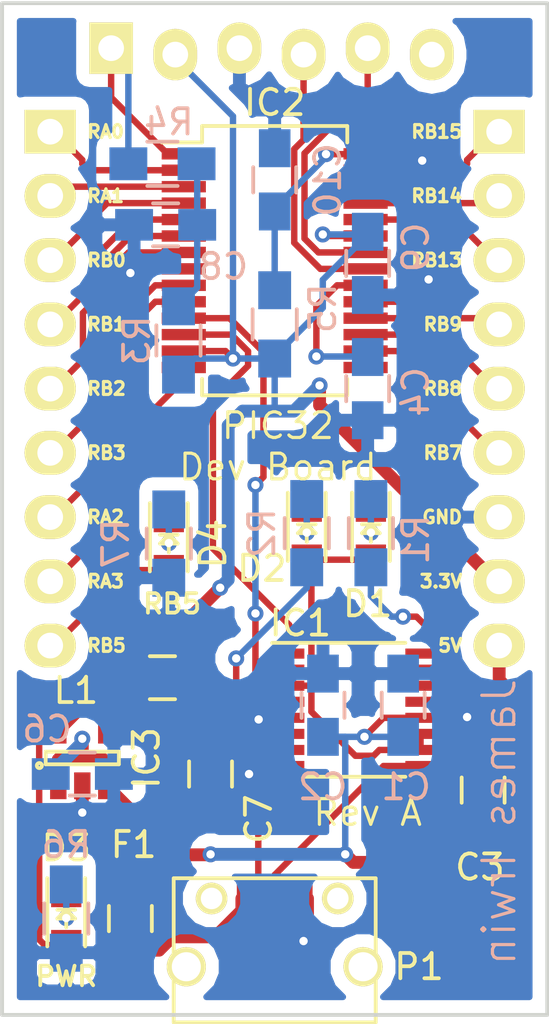
<source format=kicad_pcb>
(kicad_pcb (version 4) (host pcbnew 4.0.1-3.201512221402+6198~38~ubuntu14.04.1-stable)

  (general
    (links 78)
    (no_connects 0)
    (area 113.049267 26.31617 140.950734 71.6374)
    (thickness 1.6)
    (drawings 25)
    (tracks 290)
    (zones 0)
    (modules 29)
    (nets 46)
  )

  (page A4)
  (layers
    (0 F.Cu signal)
    (31 B.Cu signal)
    (32 B.Adhes user)
    (33 F.Adhes user)
    (34 B.Paste user)
    (35 F.Paste user)
    (36 B.SilkS user)
    (37 F.SilkS user)
    (38 B.Mask user hide)
    (39 F.Mask user hide)
    (40 Dwgs.User user)
    (41 Cmts.User user)
    (42 Eco1.User user)
    (43 Eco2.User user)
    (44 Edge.Cuts user)
    (45 Margin user)
    (46 B.CrtYd user)
    (47 F.CrtYd user)
    (48 B.Fab user hide)
    (49 F.Fab user hide)
  )

  (setup
    (last_trace_width 0.508)
    (user_trace_width 0.254)
    (user_trace_width 0.381)
    (user_trace_width 0.508)
    (user_trace_width 0.762)
    (user_trace_width 1.27)
    (trace_clearance 0.1524)
    (zone_clearance 0.508)
    (zone_45_only no)
    (trace_min 0.1524)
    (segment_width 0.2)
    (edge_width 0.15)
    (via_size 0.635)
    (via_drill 0.3302)
    (via_min_size 0.635)
    (via_min_drill 0.3302)
    (uvia_size 0.3)
    (uvia_drill 0.1)
    (uvias_allowed no)
    (uvia_min_size 0)
    (uvia_min_drill 0)
    (pcb_text_width 0.3)
    (pcb_text_size 1.5 1.5)
    (mod_edge_width 0.15)
    (mod_text_size 1 1)
    (mod_text_width 0.15)
    (pad_size 1.06 0.65)
    (pad_drill 0)
    (pad_to_mask_clearance 0.0254)
    (aux_axis_origin 0 0)
    (visible_elements FFFFFF7F)
    (pcbplotparams
      (layerselection 0x010f0_80000001)
      (usegerberextensions true)
      (excludeedgelayer true)
      (linewidth 0.100000)
      (plotframeref false)
      (viasonmask false)
      (mode 1)
      (useauxorigin false)
      (hpglpennumber 1)
      (hpglpenspeed 20)
      (hpglpendiameter 15)
      (hpglpenoverlay 2)
      (psnegative false)
      (psa4output false)
      (plotreference true)
      (plotvalue true)
      (plotinvisibletext false)
      (padsonsilk false)
      (subtractmaskfromsilk false)
      (outputformat 1)
      (mirror false)
      (drillshape 0)
      (scaleselection 1)
      (outputdirectory gerber/))
  )

  (net 0 "")
  (net 1 "Net-(IC1-Pad2)")
  (net 2 /FTDI/GND)
  (net 3 /FTDI/3V3)
  (net 4 "Net-(C4-Pad1)")
  (net 5 /FTDI/5V0)
  (net 6 "Net-(C8-Pad1)")
  (net 7 /SWREG_5to3V3/3V3)
  (net 8 /microcontroller/AVDD)
  (net 9 /microcontroller/~MCLR)
  (net 10 "Net-(D1-Pad1)")
  (net 11 "Net-(D2-Pad1)")
  (net 12 "Net-(F1-Pad2)")
  (net 13 /FTDI/FTX)
  (net 14 /FTDI/FRX)
  (net 15 "Net-(IC1-Pad6)")
  (net 16 /FTDI/RXLED)
  (net 17 /FTDI/USBD+)
  (net 18 /FTDI/USBD-)
  (net 19 /FTDI/TXLED)
  (net 20 "Net-(IC1-Pad15)")
  (net 21 "Net-(IC1-Pad16)")
  (net 22 /microcontroller/RA0)
  (net 23 /microcontroller/RA1)
  (net 24 /microcontroller/RB0)
  (net 25 /microcontroller/RB1)
  (net 26 /microcontroller/RB2)
  (net 27 /microcontroller/RB3)
  (net 28 /microcontroller/RA2)
  (net 29 /microcontroller/RA3)
  (net 30 /microcontroller/RB5)
  (net 31 "Net-(IC2-Pad15)")
  (net 32 /microcontroller/RB7)
  (net 33 /microcontroller/RB8)
  (net 34 /microcontroller/RB9)
  (net 35 /microcontroller/PGD)
  (net 36 /microcontroller/PGC)
  (net 37 /microcontroller/RB13)
  (net 38 /microcontroller/RB14)
  (net 39 /microcontroller/RB15)
  (net 40 "Net-(IC3-Pad5)")
  (net 41 "Net-(P1-Pad6)")
  (net 42 "Net-(P1-Pad4)")
  (net 43 "Net-(Con1-Pad6)")
  (net 44 "Net-(D3-Pad1)")
  (net 45 "Net-(D4-Pad1)")

  (net_class Default "This is the default net class."
    (clearance 0.1524)
    (trace_width 0.1524)
    (via_dia 0.635)
    (via_drill 0.3302)
    (uvia_dia 0.3)
    (uvia_drill 0.1)
    (add_net /FTDI/3V3)
    (add_net /FTDI/FRX)
    (add_net /FTDI/FTX)
    (add_net /FTDI/GND)
    (add_net /FTDI/RXLED)
    (add_net /FTDI/TXLED)
    (add_net /FTDI/USBD+)
    (add_net /FTDI/USBD-)
    (add_net /SWREG_5to3V3/3V3)
    (add_net /microcontroller/AVDD)
    (add_net /microcontroller/PGC)
    (add_net /microcontroller/PGD)
    (add_net /microcontroller/RA0)
    (add_net /microcontroller/RA1)
    (add_net /microcontroller/RA2)
    (add_net /microcontroller/RA3)
    (add_net /microcontroller/RB0)
    (add_net /microcontroller/RB1)
    (add_net /microcontroller/RB13)
    (add_net /microcontroller/RB14)
    (add_net /microcontroller/RB15)
    (add_net /microcontroller/RB2)
    (add_net /microcontroller/RB3)
    (add_net /microcontroller/RB5)
    (add_net /microcontroller/RB7)
    (add_net /microcontroller/RB8)
    (add_net /microcontroller/RB9)
    (add_net /microcontroller/~MCLR)
    (add_net "Net-(C4-Pad1)")
    (add_net "Net-(C8-Pad1)")
    (add_net "Net-(Con1-Pad6)")
    (add_net "Net-(D1-Pad1)")
    (add_net "Net-(D2-Pad1)")
    (add_net "Net-(D3-Pad1)")
    (add_net "Net-(D4-Pad1)")
    (add_net "Net-(F1-Pad2)")
    (add_net "Net-(IC1-Pad15)")
    (add_net "Net-(IC1-Pad16)")
    (add_net "Net-(IC1-Pad2)")
    (add_net "Net-(IC1-Pad6)")
    (add_net "Net-(IC2-Pad15)")
    (add_net "Net-(IC3-Pad5)")
    (add_net "Net-(P1-Pad4)")
    (add_net "Net-(P1-Pad6)")
  )

  (net_class Power ""
    (clearance 0.1524)
    (trace_width 0.762)
    (via_dia 0.635)
    (via_drill 0.3302)
    (uvia_dia 0.3)
    (uvia_drill 0.1)
    (add_net /FTDI/5V0)
  )

  (net_class Signals ""
    (clearance 0.1524)
    (trace_width 0.508)
    (via_dia 0.635)
    (via_drill 0.3302)
    (uvia_dia 0.3)
    (uvia_drill 0.1)
  )

  (module RS_footprints:USB-MICRO-B (layer F.Cu) (tedit 56B654F7) (tstamp 56A19B9D)
    (at 127 67.31)
    (path /562992D9)
    (fp_text reference P1 (at 5.715 0) (layer F.SilkS)
      (effects (font (size 1 1) (thickness 0.15)))
    )
    (fp_text value USB_OTG (at 0.1 3.4) (layer F.Fab)
      (effects (font (size 1 1) (thickness 0.15)))
    )
    (fp_line (start -4 -3.5) (end -4 2.2) (layer F.SilkS) (width 0.15))
    (fp_line (start 4 -3.5) (end -4 -3.5) (layer F.SilkS) (width 0.15))
    (fp_line (start 4 2.2) (end 4 -3.5) (layer F.SilkS) (width 0.15))
    (fp_line (start -4 2.2) (end 4 2.2) (layer F.SilkS) (width 0.15))
    (pad 6 thru_hole circle (at -3.5 0) (size 1.55 1.55) (drill 1.15) (layers *.Cu *.Mask F.SilkS)
      (net 41 "Net-(P1-Pad6)"))
    (pad 9 thru_hole circle (at 3.5 0) (size 1.55 1.55) (drill 1.15) (layers *.Cu *.Mask F.SilkS))
    (pad 8 thru_hole circle (at 2.5 -2.7) (size 1.25 1.25) (drill 0.85) (layers *.Cu *.Mask F.SilkS))
    (pad 7 thru_hole circle (at -2.5 -2.7) (size 1.25 1.25) (drill 0.85) (layers *.Cu *.Mask F.SilkS))
    (pad 3 smd rect (at 0 -2.7) (size 0.4 1.35) (layers F.Cu F.Paste F.Mask)
      (net 18 /FTDI/USBD-))
    (pad 4 smd rect (at 0.65 -2.7) (size 0.4 1.35) (layers F.Cu F.Paste F.Mask)
      (net 42 "Net-(P1-Pad4)"))
    (pad 5 smd rect (at 1.3 -2.7) (size 0.4 1.35) (layers F.Cu F.Paste F.Mask)
      (net 2 /FTDI/GND))
    (pad 2 smd rect (at -0.65 -2.7) (size 0.4 1.35) (layers F.Cu F.Paste F.Mask)
      (net 17 /FTDI/USBD+))
    (pad 1 smd rect (at -1.3 -2.7) (size 0.4 1.35) (layers F.Cu F.Paste F.Mask)
      (net 12 "Net-(F1-Pad2)"))
  )

  (module Pin_Headers:Pin_Header_Straight_1x09 (layer F.Cu) (tedit 56A6B03D) (tstamp 56A1A5F7)
    (at 135.89 34.29)
    (descr "Through hole pin header")
    (tags "pin header")
    (path /56A28110)
    (fp_text reference P3 (at 0 -5.1) (layer F.SilkS) hide
      (effects (font (size 1 1) (thickness 0.15)))
    )
    (fp_text value CONN_01X09 (at 0 -3.1) (layer F.Fab)
      (effects (font (size 1 1) (thickness 0.15)))
    )
    (fp_line (start -1.75 -1.75) (end -1.75 22.1) (layer F.CrtYd) (width 0.05))
    (fp_line (start 1.75 -1.75) (end 1.75 22.1) (layer F.CrtYd) (width 0.05))
    (fp_line (start -1.75 -1.75) (end 1.75 -1.75) (layer F.CrtYd) (width 0.05))
    (fp_line (start -1.75 22.1) (end 1.75 22.1) (layer F.CrtYd) (width 0.05))
    (pad 1 thru_hole rect (at 0 0) (size 2.032 1.7272) (drill 1.016) (layers *.Cu *.Mask F.SilkS)
      (net 39 /microcontroller/RB15))
    (pad 2 thru_hole oval (at 0 2.54) (size 2.032 1.7272) (drill 1.016) (layers *.Cu *.Mask F.SilkS)
      (net 38 /microcontroller/RB14))
    (pad 3 thru_hole oval (at 0 5.08) (size 2.032 1.7272) (drill 1.016) (layers *.Cu *.Mask F.SilkS)
      (net 37 /microcontroller/RB13))
    (pad 4 thru_hole oval (at 0 7.62) (size 2.032 1.7272) (drill 1.016) (layers *.Cu *.Mask F.SilkS)
      (net 34 /microcontroller/RB9))
    (pad 5 thru_hole oval (at 0 10.16) (size 2.032 1.7272) (drill 1.016) (layers *.Cu *.Mask F.SilkS)
      (net 33 /microcontroller/RB8))
    (pad 6 thru_hole oval (at 0 12.7) (size 2.032 1.7272) (drill 1.016) (layers *.Cu *.Mask F.SilkS)
      (net 32 /microcontroller/RB7))
    (pad 7 thru_hole oval (at 0 15.24) (size 2.032 1.7272) (drill 1.016) (layers *.Cu *.Mask F.SilkS)
      (net 2 /FTDI/GND))
    (pad 8 thru_hole oval (at 0 17.78) (size 2.032 1.7272) (drill 1.016) (layers *.Cu *.Mask F.SilkS)
      (net 7 /SWREG_5to3V3/3V3))
    (pad 9 thru_hole oval (at 0 20.32) (size 2.032 1.7272) (drill 1.016) (layers *.Cu *.Mask F.SilkS)
      (net 5 /FTDI/5V0))
    (model Pin_Headers.3dshapes/Pin_Header_Straight_1x09.wrl
      (at (xyz 0 -0.4 0))
      (scale (xyz 1 1 1))
      (rotate (xyz 0 0 90))
    )
  )

  (module Pin_Headers:Pin_Header_Straight_1x09 (layer F.Cu) (tedit 56A6B025) (tstamp 56A1A5EA)
    (at 118.11 34.29)
    (descr "Through hole pin header")
    (tags "pin header")
    (path /56A28004)
    (fp_text reference P2 (at 0 -5.1) (layer F.SilkS) hide
      (effects (font (size 1 1) (thickness 0.15)))
    )
    (fp_text value CONN_01X09 (at 0 -3.1) (layer F.Fab)
      (effects (font (size 1 1) (thickness 0.15)))
    )
    (fp_line (start -1.75 -1.75) (end -1.75 22.1) (layer F.CrtYd) (width 0.05))
    (fp_line (start 1.75 -1.75) (end 1.75 22.1) (layer F.CrtYd) (width 0.05))
    (fp_line (start -1.75 -1.75) (end 1.75 -1.75) (layer F.CrtYd) (width 0.05))
    (fp_line (start -1.75 22.1) (end 1.75 22.1) (layer F.CrtYd) (width 0.05))
    (pad 1 thru_hole rect (at 0 0) (size 2.032 1.7272) (drill 1.016) (layers *.Cu *.Mask F.SilkS)
      (net 22 /microcontroller/RA0))
    (pad 2 thru_hole oval (at 0 2.54) (size 2.032 1.7272) (drill 1.016) (layers *.Cu *.Mask F.SilkS)
      (net 23 /microcontroller/RA1))
    (pad 3 thru_hole oval (at 0 5.08) (size 2.032 1.7272) (drill 1.016) (layers *.Cu *.Mask F.SilkS)
      (net 24 /microcontroller/RB0))
    (pad 4 thru_hole oval (at 0 7.62) (size 2.032 1.7272) (drill 1.016) (layers *.Cu *.Mask F.SilkS)
      (net 25 /microcontroller/RB1))
    (pad 5 thru_hole oval (at 0 10.16) (size 2.032 1.7272) (drill 1.016) (layers *.Cu *.Mask F.SilkS)
      (net 26 /microcontroller/RB2))
    (pad 6 thru_hole oval (at 0 12.7) (size 2.032 1.7272) (drill 1.016) (layers *.Cu *.Mask F.SilkS)
      (net 27 /microcontroller/RB3))
    (pad 7 thru_hole oval (at 0 15.24) (size 2.032 1.7272) (drill 1.016) (layers *.Cu *.Mask F.SilkS)
      (net 28 /microcontroller/RA2))
    (pad 8 thru_hole oval (at 0 17.78) (size 2.032 1.7272) (drill 1.016) (layers *.Cu *.Mask F.SilkS)
      (net 29 /microcontroller/RA3))
    (pad 9 thru_hole oval (at 0 20.32) (size 2.032 1.7272) (drill 1.016) (layers *.Cu *.Mask F.SilkS)
      (net 30 /microcontroller/RB5))
    (model Pin_Headers.3dshapes/Pin_Header_Straight_1x09.wrl
      (at (xyz 0 -0.4 0))
      (scale (xyz 1 1 1))
      (rotate (xyz 0 0 90))
    )
  )

  (module RS_footprints:Pin_Header_Staggered_1x06 (layer F.Cu) (tedit 56A6AFFD) (tstamp 56A19D33)
    (at 120.523 31.115 90)
    (descr "Through hole pin header")
    (tags "pin header")
    (path /562AFE04/5647C95A)
    (fp_text reference Con1 (at 0 -5.1 90) (layer F.SilkS) hide
      (effects (font (size 1 1) (thickness 0.15)))
    )
    (fp_text value prog_header (at 0 -3.1 90) (layer F.Fab)
      (effects (font (size 1 1) (thickness 0.15)))
    )
    (fp_line (start -1.75 -1.75) (end -1.75 14.45) (layer F.CrtYd) (width 0.05))
    (fp_line (start 1.75 -1.75) (end 1.75 14.45) (layer F.CrtYd) (width 0.05))
    (fp_line (start -1.75 -1.75) (end 1.75 -1.75) (layer F.CrtYd) (width 0.05))
    (fp_line (start -1.75 14.45) (end 1.75 14.45) (layer F.CrtYd) (width 0.05))
    (pad 1 thru_hole rect (at 0.127 0 90) (size 2.032 1.7272) (drill 1.016) (layers *.Cu *.Mask F.SilkS)
      (net 9 /microcontroller/~MCLR))
    (pad 2 thru_hole oval (at -0.127 2.54 90) (size 2.032 1.7272) (drill 1.016) (layers *.Cu *.Mask F.SilkS)
      (net 7 /SWREG_5to3V3/3V3))
    (pad 3 thru_hole oval (at 0.127 5.08 90) (size 2.032 1.7272) (drill 1.016) (layers *.Cu *.Mask F.SilkS)
      (net 2 /FTDI/GND))
    (pad 4 thru_hole oval (at -0.127 7.62 90) (size 2.032 1.7272) (drill 1.016) (layers *.Cu *.Mask F.SilkS)
      (net 35 /microcontroller/PGD))
    (pad 5 thru_hole oval (at 0.127 10.16 90) (size 2.032 1.7272) (drill 1.016) (layers *.Cu *.Mask F.SilkS)
      (net 36 /microcontroller/PGC))
    (pad 6 thru_hole oval (at -0.127 12.7 90) (size 2.032 1.7272) (drill 1.016) (layers *.Cu *.Mask F.SilkS)
      (net 43 "Net-(Con1-Pad6)"))
    (model Pin_Headers.3dshapes/Pin_Header_Straight_1x06.wrl
      (at (xyz 0 -0.25 0))
      (scale (xyz 1 1 1))
      (rotate (xyz 0 0 90))
    )
  )

  (module Resistors_SMD:R_0805_HandSoldering (layer B.Cu) (tedit 54189DEE) (tstamp 56A2BA07)
    (at 122.806627 50.577575 270)
    (descr "Resistor SMD 0805, hand soldering")
    (tags "resistor 0805")
    (path /56A2D6C8)
    (attr smd)
    (fp_text reference R7 (at 0 2.1 270) (layer B.SilkS)
      (effects (font (size 1 1) (thickness 0.15)) (justify mirror))
    )
    (fp_text value 270 (at 0 -2.1 270) (layer B.Fab)
      (effects (font (size 1 1) (thickness 0.15)) (justify mirror))
    )
    (fp_line (start -2.4 1) (end 2.4 1) (layer B.CrtYd) (width 0.05))
    (fp_line (start -2.4 -1) (end 2.4 -1) (layer B.CrtYd) (width 0.05))
    (fp_line (start -2.4 1) (end -2.4 -1) (layer B.CrtYd) (width 0.05))
    (fp_line (start 2.4 1) (end 2.4 -1) (layer B.CrtYd) (width 0.05))
    (fp_line (start 0.6 -0.875) (end -0.6 -0.875) (layer B.SilkS) (width 0.15))
    (fp_line (start -0.6 0.875) (end 0.6 0.875) (layer B.SilkS) (width 0.15))
    (pad 1 smd rect (at -1.35 0 270) (size 1.5 1.3) (layers B.Cu B.Paste B.Mask)
      (net 45 "Net-(D4-Pad1)"))
    (pad 2 smd rect (at 1.35 0 270) (size 1.5 1.3) (layers B.Cu B.Paste B.Mask)
      (net 2 /FTDI/GND))
    (model Resistors_SMD.3dshapes/R_0805_HandSoldering.wrl
      (at (xyz 0 0 0))
      (scale (xyz 1 1 1))
      (rotate (xyz 0 0 0))
    )
  )

  (module Resistors_SMD:R_0805_HandSoldering (layer B.Cu) (tedit 54189DEE) (tstamp 56A2BA01)
    (at 118.745 65.405 270)
    (descr "Resistor SMD 0805, hand soldering")
    (tags "resistor 0805")
    (path /56A2BB40)
    (attr smd)
    (fp_text reference R6 (at -2.921 0 360) (layer B.SilkS)
      (effects (font (size 1 1) (thickness 0.15)) (justify mirror))
    )
    (fp_text value 270 (at 0 -2.1 270) (layer B.Fab)
      (effects (font (size 1 1) (thickness 0.15)) (justify mirror))
    )
    (fp_line (start -2.4 1) (end 2.4 1) (layer B.CrtYd) (width 0.05))
    (fp_line (start -2.4 -1) (end 2.4 -1) (layer B.CrtYd) (width 0.05))
    (fp_line (start -2.4 1) (end -2.4 -1) (layer B.CrtYd) (width 0.05))
    (fp_line (start 2.4 1) (end 2.4 -1) (layer B.CrtYd) (width 0.05))
    (fp_line (start 0.6 -0.875) (end -0.6 -0.875) (layer B.SilkS) (width 0.15))
    (fp_line (start -0.6 0.875) (end 0.6 0.875) (layer B.SilkS) (width 0.15))
    (pad 1 smd rect (at -1.35 0 270) (size 1.5 1.3) (layers B.Cu B.Paste B.Mask)
      (net 44 "Net-(D3-Pad1)"))
    (pad 2 smd rect (at 1.35 0 270) (size 1.5 1.3) (layers B.Cu B.Paste B.Mask)
      (net 2 /FTDI/GND))
    (model Resistors_SMD.3dshapes/R_0805_HandSoldering.wrl
      (at (xyz 0 0 0))
      (scale (xyz 1 1 1))
      (rotate (xyz 0 0 0))
    )
  )

  (module LEDs:LED_0805 (layer F.Cu) (tedit 56A6B891) (tstamp 56A2B9FB)
    (at 122.806627 50.577575 270)
    (descr "LED 0805 smd package")
    (tags "LED 0805 SMD")
    (path /56A2D6C2)
    (attr smd)
    (fp_text reference D4 (at 0 -1.75 270) (layer F.SilkS)
      (effects (font (size 1 1) (thickness 0.15)))
    )
    (fp_text value RB5 (at 2.381425 -0.129373 360) (layer F.SilkS)
      (effects (font (size 0.7714 0.7714) (thickness 0.15)))
    )
    (fp_line (start -1.6 0.75) (end 1.1 0.75) (layer F.SilkS) (width 0.15))
    (fp_line (start -1.6 -0.75) (end 1.1 -0.75) (layer F.SilkS) (width 0.15))
    (fp_line (start -0.1 0.15) (end -0.1 -0.1) (layer F.SilkS) (width 0.15))
    (fp_line (start -0.1 -0.1) (end -0.25 0.05) (layer F.SilkS) (width 0.15))
    (fp_line (start -0.35 -0.35) (end -0.35 0.35) (layer F.SilkS) (width 0.15))
    (fp_line (start 0 0) (end 0.35 0) (layer F.SilkS) (width 0.15))
    (fp_line (start -0.35 0) (end 0 -0.35) (layer F.SilkS) (width 0.15))
    (fp_line (start 0 -0.35) (end 0 0.35) (layer F.SilkS) (width 0.15))
    (fp_line (start 0 0.35) (end -0.35 0) (layer F.SilkS) (width 0.15))
    (fp_line (start 1.9 -0.95) (end 1.9 0.95) (layer F.CrtYd) (width 0.05))
    (fp_line (start 1.9 0.95) (end -1.9 0.95) (layer F.CrtYd) (width 0.05))
    (fp_line (start -1.9 0.95) (end -1.9 -0.95) (layer F.CrtYd) (width 0.05))
    (fp_line (start -1.9 -0.95) (end 1.9 -0.95) (layer F.CrtYd) (width 0.05))
    (pad 2 smd rect (at 1.04902 0 90) (size 1.19888 1.19888) (layers F.Cu F.Paste F.Mask)
      (net 30 /microcontroller/RB5))
    (pad 1 smd rect (at -1.04902 0 90) (size 1.19888 1.19888) (layers F.Cu F.Paste F.Mask)
      (net 45 "Net-(D4-Pad1)"))
    (model LEDs.3dshapes/LED_0805.wrl
      (at (xyz 0 0 0))
      (scale (xyz 1 1 1))
      (rotate (xyz 0 0 0))
    )
  )

  (module LEDs:LED_0805 (layer F.Cu) (tedit 56A6B8A0) (tstamp 56A2B9F5)
    (at 118.745 65.405 270)
    (descr "LED 0805 smd package")
    (tags "LED 0805 SMD")
    (path /56A2B7D7)
    (attr smd)
    (fp_text reference D3 (at -2.794 0 360) (layer F.SilkS)
      (effects (font (size 1 1) (thickness 0.15)))
    )
    (fp_text value PWR (at 2.286 0 360) (layer F.SilkS)
      (effects (font (size 0.7714 0.7714) (thickness 0.15)))
    )
    (fp_line (start -1.6 0.75) (end 1.1 0.75) (layer F.SilkS) (width 0.15))
    (fp_line (start -1.6 -0.75) (end 1.1 -0.75) (layer F.SilkS) (width 0.15))
    (fp_line (start -0.1 0.15) (end -0.1 -0.1) (layer F.SilkS) (width 0.15))
    (fp_line (start -0.1 -0.1) (end -0.25 0.05) (layer F.SilkS) (width 0.15))
    (fp_line (start -0.35 -0.35) (end -0.35 0.35) (layer F.SilkS) (width 0.15))
    (fp_line (start 0 0) (end 0.35 0) (layer F.SilkS) (width 0.15))
    (fp_line (start -0.35 0) (end 0 -0.35) (layer F.SilkS) (width 0.15))
    (fp_line (start 0 -0.35) (end 0 0.35) (layer F.SilkS) (width 0.15))
    (fp_line (start 0 0.35) (end -0.35 0) (layer F.SilkS) (width 0.15))
    (fp_line (start 1.9 -0.95) (end 1.9 0.95) (layer F.CrtYd) (width 0.05))
    (fp_line (start 1.9 0.95) (end -1.9 0.95) (layer F.CrtYd) (width 0.05))
    (fp_line (start -1.9 0.95) (end -1.9 -0.95) (layer F.CrtYd) (width 0.05))
    (fp_line (start -1.9 -0.95) (end 1.9 -0.95) (layer F.CrtYd) (width 0.05))
    (pad 2 smd rect (at 1.04902 0 90) (size 1.19888 1.19888) (layers F.Cu F.Paste F.Mask)
      (net 7 /SWREG_5to3V3/3V3))
    (pad 1 smd rect (at -1.04902 0 90) (size 1.19888 1.19888) (layers F.Cu F.Paste F.Mask)
      (net 44 "Net-(D3-Pad1)"))
    (model LEDs.3dshapes/LED_0805.wrl
      (at (xyz 0 0 0))
      (scale (xyz 1 1 1))
      (rotate (xyz 0 0 0))
    )
  )

  (module Resistors_SMD:R_0805_HandSoldering (layer B.Cu) (tedit 54189DEE) (tstamp 56A19BBB)
    (at 127 41.91 270)
    (descr "Resistor SMD 0805, hand soldering")
    (tags "resistor 0805")
    (path /562AFE04/562B024F)
    (attr smd)
    (fp_text reference R5 (at -0.635 -1.905 270) (layer B.SilkS)
      (effects (font (size 1 1) (thickness 0.15)) (justify mirror))
    )
    (fp_text value 10 (at 0 -2.1 270) (layer B.Fab)
      (effects (font (size 1 1) (thickness 0.15)) (justify mirror))
    )
    (fp_line (start -2.4 1) (end 2.4 1) (layer B.CrtYd) (width 0.05))
    (fp_line (start -2.4 -1) (end 2.4 -1) (layer B.CrtYd) (width 0.05))
    (fp_line (start -2.4 1) (end -2.4 -1) (layer B.CrtYd) (width 0.05))
    (fp_line (start 2.4 1) (end 2.4 -1) (layer B.CrtYd) (width 0.05))
    (fp_line (start 0.6 -0.875) (end -0.6 -0.875) (layer B.SilkS) (width 0.15))
    (fp_line (start -0.6 0.875) (end 0.6 0.875) (layer B.SilkS) (width 0.15))
    (pad 1 smd rect (at -1.35 0 270) (size 1.5 1.3) (layers B.Cu B.Paste B.Mask)
      (net 8 /microcontroller/AVDD))
    (pad 2 smd rect (at 1.35 0 270) (size 1.5 1.3) (layers B.Cu B.Paste B.Mask)
      (net 7 /SWREG_5to3V3/3V3))
    (model Resistors_SMD.3dshapes/R_0805_HandSoldering.wrl
      (at (xyz 0 0 0))
      (scale (xyz 1 1 1))
      (rotate (xyz 0 0 0))
    )
  )

  (module Resistors_SMD:R_0805_HandSoldering (layer B.Cu) (tedit 54189DEE) (tstamp 56A19BB5)
    (at 122.555 35.56)
    (descr "Resistor SMD 0805, hand soldering")
    (tags "resistor 0805")
    (path /562AFE04/562B0221)
    (attr smd)
    (fp_text reference R4 (at 0.254 -1.651) (layer B.SilkS)
      (effects (font (size 1 1) (thickness 0.15)) (justify mirror))
    )
    (fp_text value 1k (at 0 -2.1) (layer B.Fab)
      (effects (font (size 1 1) (thickness 0.15)) (justify mirror))
    )
    (fp_line (start -2.4 1) (end 2.4 1) (layer B.CrtYd) (width 0.05))
    (fp_line (start -2.4 -1) (end 2.4 -1) (layer B.CrtYd) (width 0.05))
    (fp_line (start -2.4 1) (end -2.4 -1) (layer B.CrtYd) (width 0.05))
    (fp_line (start 2.4 1) (end 2.4 -1) (layer B.CrtYd) (width 0.05))
    (fp_line (start 0.6 -0.875) (end -0.6 -0.875) (layer B.SilkS) (width 0.15))
    (fp_line (start -0.6 0.875) (end 0.6 0.875) (layer B.SilkS) (width 0.15))
    (pad 1 smd rect (at -1.35 0) (size 1.5 1.3) (layers B.Cu B.Paste B.Mask)
      (net 9 /microcontroller/~MCLR))
    (pad 2 smd rect (at 1.35 0) (size 1.5 1.3) (layers B.Cu B.Paste B.Mask)
      (net 6 "Net-(C8-Pad1)"))
    (model Resistors_SMD.3dshapes/R_0805_HandSoldering.wrl
      (at (xyz 0 0 0))
      (scale (xyz 1 1 1))
      (rotate (xyz 0 0 0))
    )
  )

  (module Resistors_SMD:R_0805_HandSoldering (layer B.Cu) (tedit 54189DEE) (tstamp 56A19BA9)
    (at 128.27 50.165 270)
    (descr "Resistor SMD 0805, hand soldering")
    (tags "resistor 0805")
    (path /5626F3E4/5626FDAB)
    (attr smd)
    (fp_text reference R2 (at 0 1.778 270) (layer B.SilkS)
      (effects (font (size 1 1) (thickness 0.15)) (justify mirror))
    )
    (fp_text value 270 (at 0 -2.1 270) (layer B.Fab)
      (effects (font (size 1 1) (thickness 0.15)) (justify mirror))
    )
    (fp_line (start -2.4 1) (end 2.4 1) (layer B.CrtYd) (width 0.05))
    (fp_line (start -2.4 -1) (end 2.4 -1) (layer B.CrtYd) (width 0.05))
    (fp_line (start -2.4 1) (end -2.4 -1) (layer B.CrtYd) (width 0.05))
    (fp_line (start 2.4 1) (end 2.4 -1) (layer B.CrtYd) (width 0.05))
    (fp_line (start 0.6 -0.875) (end -0.6 -0.875) (layer B.SilkS) (width 0.15))
    (fp_line (start -0.6 0.875) (end 0.6 0.875) (layer B.SilkS) (width 0.15))
    (pad 1 smd rect (at -1.35 0 270) (size 1.5 1.3) (layers B.Cu B.Paste B.Mask)
      (net 11 "Net-(D2-Pad1)"))
    (pad 2 smd rect (at 1.35 0 270) (size 1.5 1.3) (layers B.Cu B.Paste B.Mask)
      (net 16 /FTDI/RXLED))
    (model Resistors_SMD.3dshapes/R_0805_HandSoldering.wrl
      (at (xyz 0 0 0))
      (scale (xyz 1 1 1))
      (rotate (xyz 0 0 0))
    )
  )

  (module Resistors_SMD:R_0805_HandSoldering (layer B.Cu) (tedit 54189DEE) (tstamp 56A19BA3)
    (at 130.81 50.165 270)
    (descr "Resistor SMD 0805, hand soldering")
    (tags "resistor 0805")
    (path /5626F3E4/5626FD7A)
    (attr smd)
    (fp_text reference R1 (at 0.254 -1.778 270) (layer B.SilkS)
      (effects (font (size 1 1) (thickness 0.15)) (justify mirror))
    )
    (fp_text value 270 (at 0 -2.1 270) (layer B.Fab)
      (effects (font (size 1 1) (thickness 0.15)) (justify mirror))
    )
    (fp_line (start -2.4 1) (end 2.4 1) (layer B.CrtYd) (width 0.05))
    (fp_line (start -2.4 -1) (end 2.4 -1) (layer B.CrtYd) (width 0.05))
    (fp_line (start -2.4 1) (end -2.4 -1) (layer B.CrtYd) (width 0.05))
    (fp_line (start 2.4 1) (end 2.4 -1) (layer B.CrtYd) (width 0.05))
    (fp_line (start 0.6 -0.875) (end -0.6 -0.875) (layer B.SilkS) (width 0.15))
    (fp_line (start -0.6 0.875) (end 0.6 0.875) (layer B.SilkS) (width 0.15))
    (pad 1 smd rect (at -1.35 0 270) (size 1.5 1.3) (layers B.Cu B.Paste B.Mask)
      (net 10 "Net-(D1-Pad1)"))
    (pad 2 smd rect (at 1.35 0 270) (size 1.5 1.3) (layers B.Cu B.Paste B.Mask)
      (net 19 /FTDI/TXLED))
    (model Resistors_SMD.3dshapes/R_0805_HandSoldering.wrl
      (at (xyz 0 0 0))
      (scale (xyz 1 1 1))
      (rotate (xyz 0 0 0))
    )
  )

  (module Capacitors_SMD:C_0805_HandSoldering (layer F.Cu) (tedit 541A9B8D) (tstamp 56A19B8C)
    (at 122.555 55.88 180)
    (descr "Capacitor SMD 0805, hand soldering")
    (tags "capacitor 0805")
    (path /562B26FE/562B29B9)
    (attr smd)
    (fp_text reference L1 (at 3.429 -0.508 180) (layer F.SilkS)
      (effects (font (size 1 1) (thickness 0.15)))
    )
    (fp_text value 2.2u (at 0 2.1 180) (layer F.Fab)
      (effects (font (size 1 1) (thickness 0.15)))
    )
    (fp_line (start -2.3 -1) (end 2.3 -1) (layer F.CrtYd) (width 0.05))
    (fp_line (start -2.3 1) (end 2.3 1) (layer F.CrtYd) (width 0.05))
    (fp_line (start -2.3 -1) (end -2.3 1) (layer F.CrtYd) (width 0.05))
    (fp_line (start 2.3 -1) (end 2.3 1) (layer F.CrtYd) (width 0.05))
    (fp_line (start 0.5 -0.85) (end -0.5 -0.85) (layer F.SilkS) (width 0.15))
    (fp_line (start -0.5 0.85) (end 0.5 0.85) (layer F.SilkS) (width 0.15))
    (pad 1 smd rect (at -1.25 0 180) (size 1.5 1.25) (layers F.Cu F.Paste F.Mask)
      (net 7 /SWREG_5to3V3/3V3))
    (pad 2 smd rect (at 1.25 0 180) (size 1.5 1.25) (layers F.Cu F.Paste F.Mask)
      (net 40 "Net-(IC3-Pad5)"))
    (model Capacitors_SMD.3dshapes/C_0805_HandSoldering.wrl
      (at (xyz 0 0 0))
      (scale (xyz 1 1 1))
      (rotate (xyz 0 0 0))
    )
  )

  (module Housings_SSOP:SSOP-28_5.3x10.2mm_Pitch0.65mm (layer F.Cu) (tedit 54130A77) (tstamp 56A19B7D)
    (at 127 39.39)
    (descr "28-Lead Plastic Shrink Small Outline (SS)-5.30 mm Body [SSOP] (see Microchip Packaging Specification 00000049BS.pdf)")
    (tags "SSOP 0.65")
    (path /562AFE04/562AFFE8)
    (attr smd)
    (fp_text reference IC2 (at 0 -6.25) (layer F.SilkS)
      (effects (font (size 1 1) (thickness 0.15)))
    )
    (fp_text value PIC32MX2xx/1xx (at 0 6.25) (layer F.Fab)
      (effects (font (size 1 1) (thickness 0.15)))
    )
    (fp_line (start -4.75 -5.5) (end -4.75 5.5) (layer F.CrtYd) (width 0.05))
    (fp_line (start 4.75 -5.5) (end 4.75 5.5) (layer F.CrtYd) (width 0.05))
    (fp_line (start -4.75 -5.5) (end 4.75 -5.5) (layer F.CrtYd) (width 0.05))
    (fp_line (start -4.75 5.5) (end 4.75 5.5) (layer F.CrtYd) (width 0.05))
    (fp_line (start -2.875 -5.325) (end -2.875 -4.675) (layer F.SilkS) (width 0.15))
    (fp_line (start 2.875 -5.325) (end 2.875 -4.675) (layer F.SilkS) (width 0.15))
    (fp_line (start 2.875 5.325) (end 2.875 4.675) (layer F.SilkS) (width 0.15))
    (fp_line (start -2.875 5.325) (end -2.875 4.675) (layer F.SilkS) (width 0.15))
    (fp_line (start -2.875 -5.325) (end 2.875 -5.325) (layer F.SilkS) (width 0.15))
    (fp_line (start -2.875 5.325) (end 2.875 5.325) (layer F.SilkS) (width 0.15))
    (fp_line (start -2.875 -4.675) (end -4.475 -4.675) (layer F.SilkS) (width 0.15))
    (pad 1 smd rect (at -3.6 -4.225) (size 1.75 0.45) (layers F.Cu F.Paste F.Mask)
      (net 9 /microcontroller/~MCLR))
    (pad 2 smd rect (at -3.6 -3.575) (size 1.75 0.45) (layers F.Cu F.Paste F.Mask)
      (net 22 /microcontroller/RA0))
    (pad 3 smd rect (at -3.6 -2.925) (size 1.75 0.45) (layers F.Cu F.Paste F.Mask)
      (net 23 /microcontroller/RA1))
    (pad 4 smd rect (at -3.6 -2.275) (size 1.75 0.45) (layers F.Cu F.Paste F.Mask)
      (net 24 /microcontroller/RB0))
    (pad 5 smd rect (at -3.6 -1.625) (size 1.75 0.45) (layers F.Cu F.Paste F.Mask)
      (net 25 /microcontroller/RB1))
    (pad 6 smd rect (at -3.6 -0.975) (size 1.75 0.45) (layers F.Cu F.Paste F.Mask)
      (net 26 /microcontroller/RB2))
    (pad 7 smd rect (at -3.6 -0.325) (size 1.75 0.45) (layers F.Cu F.Paste F.Mask)
      (net 27 /microcontroller/RB3))
    (pad 8 smd rect (at -3.6 0.325) (size 1.75 0.45) (layers F.Cu F.Paste F.Mask)
      (net 2 /FTDI/GND))
    (pad 9 smd rect (at -3.6 0.975) (size 1.75 0.45) (layers F.Cu F.Paste F.Mask)
      (net 28 /microcontroller/RA2))
    (pad 10 smd rect (at -3.6 1.625) (size 1.75 0.45) (layers F.Cu F.Paste F.Mask)
      (net 29 /microcontroller/RA3))
    (pad 11 smd rect (at -3.6 2.275) (size 1.75 0.45) (layers F.Cu F.Paste F.Mask)
      (net 14 /FTDI/FRX))
    (pad 12 smd rect (at -3.6 2.925) (size 1.75 0.45) (layers F.Cu F.Paste F.Mask)
      (net 13 /FTDI/FTX))
    (pad 13 smd rect (at -3.6 3.575) (size 1.75 0.45) (layers F.Cu F.Paste F.Mask)
      (net 7 /SWREG_5to3V3/3V3))
    (pad 14 smd rect (at -3.6 4.225) (size 1.75 0.45) (layers F.Cu F.Paste F.Mask)
      (net 30 /microcontroller/RB5))
    (pad 15 smd rect (at 3.6 4.225) (size 1.75 0.45) (layers F.Cu F.Paste F.Mask)
      (net 31 "Net-(IC2-Pad15)"))
    (pad 16 smd rect (at 3.6 3.575) (size 1.75 0.45) (layers F.Cu F.Paste F.Mask)
      (net 32 /microcontroller/RB7))
    (pad 17 smd rect (at 3.6 2.925) (size 1.75 0.45) (layers F.Cu F.Paste F.Mask)
      (net 33 /microcontroller/RB8))
    (pad 18 smd rect (at 3.6 2.275) (size 1.75 0.45) (layers F.Cu F.Paste F.Mask)
      (net 34 /microcontroller/RB9))
    (pad 19 smd rect (at 3.6 1.625) (size 1.75 0.45) (layers F.Cu F.Paste F.Mask)
      (net 2 /FTDI/GND))
    (pad 20 smd rect (at 3.6 0.975) (size 1.75 0.45) (layers F.Cu F.Paste F.Mask)
      (net 4 "Net-(C4-Pad1)"))
    (pad 21 smd rect (at 3.6 0.325) (size 1.75 0.45) (layers F.Cu F.Paste F.Mask)
      (net 35 /microcontroller/PGD))
    (pad 22 smd rect (at 3.6 -0.325) (size 1.75 0.45) (layers F.Cu F.Paste F.Mask)
      (net 36 /microcontroller/PGC))
    (pad 23 smd rect (at 3.6 -0.975) (size 1.75 0.45) (layers F.Cu F.Paste F.Mask)
      (net 7 /SWREG_5to3V3/3V3))
    (pad 24 smd rect (at 3.6 -1.625) (size 1.75 0.45) (layers F.Cu F.Paste F.Mask)
      (net 37 /microcontroller/RB13))
    (pad 25 smd rect (at 3.6 -2.275) (size 1.75 0.45) (layers F.Cu F.Paste F.Mask)
      (net 38 /microcontroller/RB14))
    (pad 26 smd rect (at 3.6 -2.925) (size 1.75 0.45) (layers F.Cu F.Paste F.Mask)
      (net 39 /microcontroller/RB15))
    (pad 27 smd rect (at 3.6 -3.575) (size 1.75 0.45) (layers F.Cu F.Paste F.Mask)
      (net 2 /FTDI/GND))
    (pad 28 smd rect (at 3.6 -4.225) (size 1.75 0.45) (layers F.Cu F.Paste F.Mask)
      (net 8 /microcontroller/AVDD))
    (model Housings_SSOP.3dshapes/SSOP-28_5.3x10.2mm_Pitch0.65mm.wrl
      (at (xyz 0 0 0))
      (scale (xyz 1 1 1))
      (rotate (xyz 0 0 0))
    )
  )

  (module Housings_SSOP:SSOP-16_3.9x4.9mm_Pitch0.635mm (layer F.Cu) (tedit 54130A77) (tstamp 56A19B5D)
    (at 130.175 57.15)
    (descr "SSOP16: plastic shrink small outline package; 16 leads; body width 3.9 mm; lead pitch 0.635; (see NXP SSOP-TSSOP-VSO-REFLOW.pdf and sot519-1_po.pdf)")
    (tags "SSOP 0.635")
    (path /5626F3E4/5626F41D)
    (attr smd)
    (fp_text reference IC1 (at -2.159 -3.429) (layer F.SilkS)
      (effects (font (size 1 1) (thickness 0.15)))
    )
    (fp_text value FT230X (at 0 3.5) (layer F.Fab)
      (effects (font (size 1 1) (thickness 0.15)))
    )
    (fp_line (start -3.45 -2.75) (end -3.45 2.75) (layer F.CrtYd) (width 0.05))
    (fp_line (start 3.45 -2.75) (end 3.45 2.75) (layer F.CrtYd) (width 0.05))
    (fp_line (start -3.45 -2.75) (end 3.45 -2.75) (layer F.CrtYd) (width 0.05))
    (fp_line (start -3.45 2.75) (end 3.45 2.75) (layer F.CrtYd) (width 0.05))
    (fp_line (start -2 2.6475) (end 2 2.6475) (layer F.SilkS) (width 0.15))
    (fp_line (start -3.275 -2.6475) (end 2 -2.6475) (layer F.SilkS) (width 0.15))
    (pad 1 smd rect (at -2.6 -2.2225) (size 1.2 0.4) (layers F.Cu F.Paste F.Mask)
      (net 13 /FTDI/FTX))
    (pad 2 smd rect (at -2.6 -1.5875) (size 1.2 0.4) (layers F.Cu F.Paste F.Mask)
      (net 1 "Net-(IC1-Pad2)"))
    (pad 3 smd rect (at -2.6 -0.9525) (size 1.2 0.4) (layers F.Cu F.Paste F.Mask)
      (net 3 /FTDI/3V3))
    (pad 4 smd rect (at -2.6 -0.3175) (size 1.2 0.4) (layers F.Cu F.Paste F.Mask)
      (net 14 /FTDI/FRX))
    (pad 5 smd rect (at -2.6 0.3175) (size 1.2 0.4) (layers F.Cu F.Paste F.Mask)
      (net 2 /FTDI/GND))
    (pad 6 smd rect (at -2.6 0.9525) (size 1.2 0.4) (layers F.Cu F.Paste F.Mask)
      (net 15 "Net-(IC1-Pad6)"))
    (pad 7 smd rect (at -2.6 1.5875) (size 1.2 0.4) (layers F.Cu F.Paste F.Mask)
      (net 16 /FTDI/RXLED))
    (pad 8 smd rect (at -2.6 2.2225) (size 1.2 0.4) (layers F.Cu F.Paste F.Mask)
      (net 17 /FTDI/USBD+))
    (pad 9 smd rect (at 2.6 2.2225) (size 1.2 0.4) (layers F.Cu F.Paste F.Mask)
      (net 18 /FTDI/USBD-))
    (pad 10 smd rect (at 2.6 1.5875) (size 1.2 0.4) (layers F.Cu F.Paste F.Mask)
      (net 3 /FTDI/3V3))
    (pad 11 smd rect (at 2.6 0.9525) (size 1.2 0.4) (layers F.Cu F.Paste F.Mask)
      (net 3 /FTDI/3V3))
    (pad 12 smd rect (at 2.6 0.3175) (size 1.2 0.4) (layers F.Cu F.Paste F.Mask)
      (net 5 /FTDI/5V0))
    (pad 13 smd rect (at 2.6 -0.3175) (size 1.2 0.4) (layers F.Cu F.Paste F.Mask)
      (net 2 /FTDI/GND))
    (pad 14 smd rect (at 2.6 -0.9525) (size 1.2 0.4) (layers F.Cu F.Paste F.Mask)
      (net 19 /FTDI/TXLED))
    (pad 15 smd rect (at 2.6 -1.5875) (size 1.2 0.4) (layers F.Cu F.Paste F.Mask)
      (net 20 "Net-(IC1-Pad15)"))
    (pad 16 smd rect (at 2.6 -2.2225) (size 1.2 0.4) (layers F.Cu F.Paste F.Mask)
      (net 21 "Net-(IC1-Pad16)"))
    (model Housings_SSOP.3dshapes/SSOP-16_3.9x4.9mm_Pitch0.635mm.wrl
      (at (xyz 0 0 0))
      (scale (xyz 1 1 1))
      (rotate (xyz 0 0 0))
    )
  )

  (module Capacitors_SMD:C_0805_HandSoldering (layer F.Cu) (tedit 541A9B8D) (tstamp 56A19B49)
    (at 121.285 65.405 270)
    (descr "Capacitor SMD 0805, hand soldering")
    (tags "capacitor 0805")
    (path /562AF443)
    (attr smd)
    (fp_text reference F1 (at -2.921 -0.127 360) (layer F.SilkS)
      (effects (font (size 1 1) (thickness 0.15)))
    )
    (fp_text value "PTC Fuse" (at 0 2.1 270) (layer F.Fab)
      (effects (font (size 1 1) (thickness 0.15)))
    )
    (fp_line (start -2.3 -1) (end 2.3 -1) (layer F.CrtYd) (width 0.05))
    (fp_line (start -2.3 1) (end 2.3 1) (layer F.CrtYd) (width 0.05))
    (fp_line (start -2.3 -1) (end -2.3 1) (layer F.CrtYd) (width 0.05))
    (fp_line (start 2.3 -1) (end 2.3 1) (layer F.CrtYd) (width 0.05))
    (fp_line (start 0.5 -0.85) (end -0.5 -0.85) (layer F.SilkS) (width 0.15))
    (fp_line (start -0.5 0.85) (end 0.5 0.85) (layer F.SilkS) (width 0.15))
    (pad 1 smd rect (at -1.25 0 270) (size 1.5 1.25) (layers F.Cu F.Paste F.Mask)
      (net 5 /FTDI/5V0))
    (pad 2 smd rect (at 1.25 0 270) (size 1.5 1.25) (layers F.Cu F.Paste F.Mask)
      (net 12 "Net-(F1-Pad2)"))
    (model Capacitors_SMD.3dshapes/C_0805_HandSoldering.wrl
      (at (xyz 0 0 0))
      (scale (xyz 1 1 1))
      (rotate (xyz 0 0 0))
    )
  )

  (module LEDs:LED_0805 (layer F.Cu) (tedit 55BDE1C2) (tstamp 56A19B43)
    (at 128.27 50.165 270)
    (descr "LED 0805 smd package")
    (tags "LED 0805 SMD")
    (path /5626F3E4/5626FE2D)
    (attr smd)
    (fp_text reference D2 (at 1.397 1.778 360) (layer F.SilkS)
      (effects (font (size 1 1) (thickness 0.15)))
    )
    (fp_text value RX (at 0 1.75 270) (layer F.Fab)
      (effects (font (size 1 1) (thickness 0.15)))
    )
    (fp_line (start -1.6 0.75) (end 1.1 0.75) (layer F.SilkS) (width 0.15))
    (fp_line (start -1.6 -0.75) (end 1.1 -0.75) (layer F.SilkS) (width 0.15))
    (fp_line (start -0.1 0.15) (end -0.1 -0.1) (layer F.SilkS) (width 0.15))
    (fp_line (start -0.1 -0.1) (end -0.25 0.05) (layer F.SilkS) (width 0.15))
    (fp_line (start -0.35 -0.35) (end -0.35 0.35) (layer F.SilkS) (width 0.15))
    (fp_line (start 0 0) (end 0.35 0) (layer F.SilkS) (width 0.15))
    (fp_line (start -0.35 0) (end 0 -0.35) (layer F.SilkS) (width 0.15))
    (fp_line (start 0 -0.35) (end 0 0.35) (layer F.SilkS) (width 0.15))
    (fp_line (start 0 0.35) (end -0.35 0) (layer F.SilkS) (width 0.15))
    (fp_line (start 1.9 -0.95) (end 1.9 0.95) (layer F.CrtYd) (width 0.05))
    (fp_line (start 1.9 0.95) (end -1.9 0.95) (layer F.CrtYd) (width 0.05))
    (fp_line (start -1.9 0.95) (end -1.9 -0.95) (layer F.CrtYd) (width 0.05))
    (fp_line (start -1.9 -0.95) (end 1.9 -0.95) (layer F.CrtYd) (width 0.05))
    (pad 2 smd rect (at 1.04902 0 90) (size 1.19888 1.19888) (layers F.Cu F.Paste F.Mask)
      (net 3 /FTDI/3V3))
    (pad 1 smd rect (at -1.04902 0 90) (size 1.19888 1.19888) (layers F.Cu F.Paste F.Mask)
      (net 11 "Net-(D2-Pad1)"))
    (model LEDs.3dshapes/LED_0805.wrl
      (at (xyz 0 0 0))
      (scale (xyz 1 1 1))
      (rotate (xyz 0 0 0))
    )
  )

  (module LEDs:LED_0805 (layer F.Cu) (tedit 55BDE1C2) (tstamp 56A19B3D)
    (at 130.81 50.165 270)
    (descr "LED 0805 smd package")
    (tags "LED 0805 SMD")
    (path /5626F3E4/5626FDDC)
    (attr smd)
    (fp_text reference D1 (at 2.794 0.127 360) (layer F.SilkS)
      (effects (font (size 1 1) (thickness 0.15)))
    )
    (fp_text value TX (at 0 1.75 270) (layer F.Fab)
      (effects (font (size 1 1) (thickness 0.15)))
    )
    (fp_line (start -1.6 0.75) (end 1.1 0.75) (layer F.SilkS) (width 0.15))
    (fp_line (start -1.6 -0.75) (end 1.1 -0.75) (layer F.SilkS) (width 0.15))
    (fp_line (start -0.1 0.15) (end -0.1 -0.1) (layer F.SilkS) (width 0.15))
    (fp_line (start -0.1 -0.1) (end -0.25 0.05) (layer F.SilkS) (width 0.15))
    (fp_line (start -0.35 -0.35) (end -0.35 0.35) (layer F.SilkS) (width 0.15))
    (fp_line (start 0 0) (end 0.35 0) (layer F.SilkS) (width 0.15))
    (fp_line (start -0.35 0) (end 0 -0.35) (layer F.SilkS) (width 0.15))
    (fp_line (start 0 -0.35) (end 0 0.35) (layer F.SilkS) (width 0.15))
    (fp_line (start 0 0.35) (end -0.35 0) (layer F.SilkS) (width 0.15))
    (fp_line (start 1.9 -0.95) (end 1.9 0.95) (layer F.CrtYd) (width 0.05))
    (fp_line (start 1.9 0.95) (end -1.9 0.95) (layer F.CrtYd) (width 0.05))
    (fp_line (start -1.9 0.95) (end -1.9 -0.95) (layer F.CrtYd) (width 0.05))
    (fp_line (start -1.9 -0.95) (end 1.9 -0.95) (layer F.CrtYd) (width 0.05))
    (pad 2 smd rect (at 1.04902 0 90) (size 1.19888 1.19888) (layers F.Cu F.Paste F.Mask)
      (net 3 /FTDI/3V3))
    (pad 1 smd rect (at -1.04902 0 90) (size 1.19888 1.19888) (layers F.Cu F.Paste F.Mask)
      (net 10 "Net-(D1-Pad1)"))
    (model LEDs.3dshapes/LED_0805.wrl
      (at (xyz 0 0 0))
      (scale (xyz 1 1 1))
      (rotate (xyz 0 0 0))
    )
  )

  (module Capacitors_SMD:C_0805_HandSoldering (layer B.Cu) (tedit 541A9B8D) (tstamp 56A19B31)
    (at 127 36.195 90)
    (descr "Capacitor SMD 0805, hand soldering")
    (tags "capacitor 0805")
    (path /562AFE04/562B0256)
    (attr smd)
    (fp_text reference C10 (at 0 2.1 90) (layer B.SilkS)
      (effects (font (size 1 1) (thickness 0.15)) (justify mirror))
    )
    (fp_text value 100n (at 0 -2.1 90) (layer B.Fab)
      (effects (font (size 1 1) (thickness 0.15)) (justify mirror))
    )
    (fp_line (start -2.3 1) (end 2.3 1) (layer B.CrtYd) (width 0.05))
    (fp_line (start -2.3 -1) (end 2.3 -1) (layer B.CrtYd) (width 0.05))
    (fp_line (start -2.3 1) (end -2.3 -1) (layer B.CrtYd) (width 0.05))
    (fp_line (start 2.3 1) (end 2.3 -1) (layer B.CrtYd) (width 0.05))
    (fp_line (start 0.5 0.85) (end -0.5 0.85) (layer B.SilkS) (width 0.15))
    (fp_line (start -0.5 -0.85) (end 0.5 -0.85) (layer B.SilkS) (width 0.15))
    (pad 1 smd rect (at -1.25 0 90) (size 1.5 1.25) (layers B.Cu B.Paste B.Mask)
      (net 8 /microcontroller/AVDD))
    (pad 2 smd rect (at 1.25 0 90) (size 1.5 1.25) (layers B.Cu B.Paste B.Mask)
      (net 2 /FTDI/GND))
    (model Capacitors_SMD.3dshapes/C_0805_HandSoldering.wrl
      (at (xyz 0 0 0))
      (scale (xyz 1 1 1))
      (rotate (xyz 0 0 0))
    )
  )

  (module Capacitors_SMD:C_0805_HandSoldering (layer B.Cu) (tedit 541A9B8D) (tstamp 56A19B2B)
    (at 130.683 39.497 270)
    (descr "Capacitor SMD 0805, hand soldering")
    (tags "capacitor 0805")
    (path /562AFE04/562B0241)
    (attr smd)
    (fp_text reference C9 (at -0.635 -1.905 270) (layer B.SilkS)
      (effects (font (size 1 1) (thickness 0.15)) (justify mirror))
    )
    (fp_text value 100n (at 0 -2.1 270) (layer B.Fab)
      (effects (font (size 1 1) (thickness 0.15)) (justify mirror))
    )
    (fp_line (start -2.3 1) (end 2.3 1) (layer B.CrtYd) (width 0.05))
    (fp_line (start -2.3 -1) (end 2.3 -1) (layer B.CrtYd) (width 0.05))
    (fp_line (start -2.3 1) (end -2.3 -1) (layer B.CrtYd) (width 0.05))
    (fp_line (start 2.3 1) (end 2.3 -1) (layer B.CrtYd) (width 0.05))
    (fp_line (start 0.5 0.85) (end -0.5 0.85) (layer B.SilkS) (width 0.15))
    (fp_line (start -0.5 -0.85) (end 0.5 -0.85) (layer B.SilkS) (width 0.15))
    (pad 1 smd rect (at -1.25 0 270) (size 1.5 1.25) (layers B.Cu B.Paste B.Mask)
      (net 7 /SWREG_5to3V3/3V3))
    (pad 2 smd rect (at 1.25 0 270) (size 1.5 1.25) (layers B.Cu B.Paste B.Mask)
      (net 2 /FTDI/GND))
    (model Capacitors_SMD.3dshapes/C_0805_HandSoldering.wrl
      (at (xyz 0 0 0))
      (scale (xyz 1 1 1))
      (rotate (xyz 0 0 0))
    )
  )

  (module Capacitors_SMD:C_0805_HandSoldering (layer B.Cu) (tedit 541A9B8D) (tstamp 56A19B25)
    (at 122.682 37.973 180)
    (descr "Capacitor SMD 0805, hand soldering")
    (tags "capacitor 0805")
    (path /562AFE04/562B022F)
    (attr smd)
    (fp_text reference C8 (at -2.286 -1.651 180) (layer B.SilkS)
      (effects (font (size 1 1) (thickness 0.15)) (justify mirror))
    )
    (fp_text value 100n (at 0 -2.1 180) (layer B.Fab)
      (effects (font (size 1 1) (thickness 0.15)) (justify mirror))
    )
    (fp_line (start -2.3 1) (end 2.3 1) (layer B.CrtYd) (width 0.05))
    (fp_line (start -2.3 -1) (end 2.3 -1) (layer B.CrtYd) (width 0.05))
    (fp_line (start -2.3 1) (end -2.3 -1) (layer B.CrtYd) (width 0.05))
    (fp_line (start 2.3 1) (end 2.3 -1) (layer B.CrtYd) (width 0.05))
    (fp_line (start 0.5 0.85) (end -0.5 0.85) (layer B.SilkS) (width 0.15))
    (fp_line (start -0.5 -0.85) (end 0.5 -0.85) (layer B.SilkS) (width 0.15))
    (pad 1 smd rect (at -1.25 0 180) (size 1.5 1.25) (layers B.Cu B.Paste B.Mask)
      (net 6 "Net-(C8-Pad1)"))
    (pad 2 smd rect (at 1.25 0 180) (size 1.5 1.25) (layers B.Cu B.Paste B.Mask)
      (net 2 /FTDI/GND))
    (model Capacitors_SMD.3dshapes/C_0805_HandSoldering.wrl
      (at (xyz 0 0 0))
      (scale (xyz 1 1 1))
      (rotate (xyz 0 0 0))
    )
  )

  (module Capacitors_SMD:C_0805_HandSoldering (layer F.Cu) (tedit 541A9B8D) (tstamp 56A19B1F)
    (at 124.46 59.69 270)
    (descr "Capacitor SMD 0805, hand soldering")
    (tags "capacitor 0805")
    (path /562B26FE/562B29C4)
    (attr smd)
    (fp_text reference C7 (at 1.778 -1.905 270) (layer F.SilkS)
      (effects (font (size 1 1) (thickness 0.15)))
    )
    (fp_text value 10u (at 0 2.1 270) (layer F.Fab)
      (effects (font (size 1 1) (thickness 0.15)))
    )
    (fp_line (start -2.3 -1) (end 2.3 -1) (layer F.CrtYd) (width 0.05))
    (fp_line (start -2.3 1) (end 2.3 1) (layer F.CrtYd) (width 0.05))
    (fp_line (start -2.3 -1) (end -2.3 1) (layer F.CrtYd) (width 0.05))
    (fp_line (start 2.3 -1) (end 2.3 1) (layer F.CrtYd) (width 0.05))
    (fp_line (start 0.5 -0.85) (end -0.5 -0.85) (layer F.SilkS) (width 0.15))
    (fp_line (start -0.5 0.85) (end 0.5 0.85) (layer F.SilkS) (width 0.15))
    (pad 1 smd rect (at -1.25 0 270) (size 1.5 1.25) (layers F.Cu F.Paste F.Mask)
      (net 7 /SWREG_5to3V3/3V3))
    (pad 2 smd rect (at 1.25 0 270) (size 1.5 1.25) (layers F.Cu F.Paste F.Mask)
      (net 2 /FTDI/GND))
    (model Capacitors_SMD.3dshapes/C_0805_HandSoldering.wrl
      (at (xyz 0 0 0))
      (scale (xyz 1 1 1))
      (rotate (xyz 0 0 0))
    )
  )

  (module Capacitors_SMD:C_0805_HandSoldering (layer B.Cu) (tedit 541A9B8D) (tstamp 56A19B19)
    (at 119.38 59.69)
    (descr "Capacitor SMD 0805, hand soldering")
    (tags "capacitor 0805")
    (path /562B26FE/562B29CF)
    (attr smd)
    (fp_text reference C6 (at -1.397 -1.778) (layer B.SilkS)
      (effects (font (size 1 1) (thickness 0.15)) (justify mirror))
    )
    (fp_text value 4.7u (at 0 -2.1) (layer B.Fab)
      (effects (font (size 1 1) (thickness 0.15)) (justify mirror))
    )
    (fp_line (start -2.3 1) (end 2.3 1) (layer B.CrtYd) (width 0.05))
    (fp_line (start -2.3 -1) (end 2.3 -1) (layer B.CrtYd) (width 0.05))
    (fp_line (start -2.3 1) (end -2.3 -1) (layer B.CrtYd) (width 0.05))
    (fp_line (start 2.3 1) (end 2.3 -1) (layer B.CrtYd) (width 0.05))
    (fp_line (start 0.5 0.85) (end -0.5 0.85) (layer B.SilkS) (width 0.15))
    (fp_line (start -0.5 -0.85) (end 0.5 -0.85) (layer B.SilkS) (width 0.15))
    (pad 1 smd rect (at -1.25 0) (size 1.5 1.25) (layers B.Cu B.Paste B.Mask)
      (net 5 /FTDI/5V0))
    (pad 2 smd rect (at 1.25 0) (size 1.5 1.25) (layers B.Cu B.Paste B.Mask)
      (net 2 /FTDI/GND))
    (model Capacitors_SMD.3dshapes/C_0805_HandSoldering.wrl
      (at (xyz 0 0 0))
      (scale (xyz 1 1 1))
      (rotate (xyz 0 0 0))
    )
  )

  (module Capacitors_SMD:C_0805_HandSoldering (layer B.Cu) (tedit 541A9B8D) (tstamp 56A19B13)
    (at 130.683 44.45 270)
    (descr "Capacitor SMD 0805, hand soldering")
    (tags "capacitor 0805")
    (path /562AFE04/562AFFFD)
    (attr smd)
    (fp_text reference C4 (at 0.127 -1.905 270) (layer B.SilkS)
      (effects (font (size 1 1) (thickness 0.15)) (justify mirror))
    )
    (fp_text value 10u (at 0 -2.1 270) (layer B.Fab)
      (effects (font (size 1 1) (thickness 0.15)) (justify mirror))
    )
    (fp_line (start -2.3 1) (end 2.3 1) (layer B.CrtYd) (width 0.05))
    (fp_line (start -2.3 -1) (end 2.3 -1) (layer B.CrtYd) (width 0.05))
    (fp_line (start -2.3 1) (end -2.3 -1) (layer B.CrtYd) (width 0.05))
    (fp_line (start 2.3 1) (end 2.3 -1) (layer B.CrtYd) (width 0.05))
    (fp_line (start 0.5 0.85) (end -0.5 0.85) (layer B.SilkS) (width 0.15))
    (fp_line (start -0.5 -0.85) (end 0.5 -0.85) (layer B.SilkS) (width 0.15))
    (pad 1 smd rect (at -1.25 0 270) (size 1.5 1.25) (layers B.Cu B.Paste B.Mask)
      (net 4 "Net-(C4-Pad1)"))
    (pad 2 smd rect (at 1.25 0 270) (size 1.5 1.25) (layers B.Cu B.Paste B.Mask)
      (net 2 /FTDI/GND))
    (model Capacitors_SMD.3dshapes/C_0805_HandSoldering.wrl
      (at (xyz 0 0 0))
      (scale (xyz 1 1 1))
      (rotate (xyz 0 0 0))
    )
  )

  (module Capacitors_SMD:C_0805_HandSoldering (layer F.Cu) (tedit 541A9B8D) (tstamp 56A19B0D)
    (at 135.255 60.325 90)
    (descr "Capacitor SMD 0805, hand soldering")
    (tags "capacitor 0805")
    (path /5626F3E4/5626FAE6)
    (attr smd)
    (fp_text reference C3 (at -3.048 -0.127 180) (layer F.SilkS)
      (effects (font (size 1 1) (thickness 0.15)))
    )
    (fp_text value 100n (at 0 2.1 90) (layer F.Fab)
      (effects (font (size 1 1) (thickness 0.15)))
    )
    (fp_line (start -2.3 -1) (end 2.3 -1) (layer F.CrtYd) (width 0.05))
    (fp_line (start -2.3 1) (end 2.3 1) (layer F.CrtYd) (width 0.05))
    (fp_line (start -2.3 -1) (end -2.3 1) (layer F.CrtYd) (width 0.05))
    (fp_line (start 2.3 -1) (end 2.3 1) (layer F.CrtYd) (width 0.05))
    (fp_line (start 0.5 -0.85) (end -0.5 -0.85) (layer F.SilkS) (width 0.15))
    (fp_line (start -0.5 0.85) (end 0.5 0.85) (layer F.SilkS) (width 0.15))
    (pad 1 smd rect (at -1.25 0 90) (size 1.5 1.25) (layers F.Cu F.Paste F.Mask)
      (net 3 /FTDI/3V3))
    (pad 2 smd rect (at 1.25 0 90) (size 1.5 1.25) (layers F.Cu F.Paste F.Mask)
      (net 2 /FTDI/GND))
    (model Capacitors_SMD.3dshapes/C_0805_HandSoldering.wrl
      (at (xyz 0 0 0))
      (scale (xyz 1 1 1))
      (rotate (xyz 0 0 0))
    )
  )

  (module Capacitors_SMD:C_0805_HandSoldering (layer B.Cu) (tedit 541A9B8D) (tstamp 56A19B07)
    (at 128.913323 56.968579 90)
    (descr "Capacitor SMD 0805, hand soldering")
    (tags "capacitor 0805")
    (path /5626F3E4/5626FC41)
    (attr smd)
    (fp_text reference C2 (at -3.229421 -0.008323 180) (layer B.SilkS)
      (effects (font (size 1 1) (thickness 0.15)) (justify mirror))
    )
    (fp_text value 4.7u (at 0 -2.1 90) (layer B.Fab)
      (effects (font (size 1 1) (thickness 0.15)) (justify mirror))
    )
    (fp_line (start -2.3 1) (end 2.3 1) (layer B.CrtYd) (width 0.05))
    (fp_line (start -2.3 -1) (end 2.3 -1) (layer B.CrtYd) (width 0.05))
    (fp_line (start -2.3 1) (end -2.3 -1) (layer B.CrtYd) (width 0.05))
    (fp_line (start 2.3 1) (end 2.3 -1) (layer B.CrtYd) (width 0.05))
    (fp_line (start 0.5 0.85) (end -0.5 0.85) (layer B.SilkS) (width 0.15))
    (fp_line (start -0.5 -0.85) (end 0.5 -0.85) (layer B.SilkS) (width 0.15))
    (pad 1 smd rect (at -1.25 0 90) (size 1.5 1.25) (layers B.Cu B.Paste B.Mask)
      (net 5 /FTDI/5V0))
    (pad 2 smd rect (at 1.25 0 90) (size 1.5 1.25) (layers B.Cu B.Paste B.Mask)
      (net 2 /FTDI/GND))
    (model Capacitors_SMD.3dshapes/C_0805_HandSoldering.wrl
      (at (xyz 0 0 0))
      (scale (xyz 1 1 1))
      (rotate (xyz 0 0 0))
    )
  )

  (module Capacitors_SMD:C_0805_HandSoldering (layer B.Cu) (tedit 541A9B8D) (tstamp 56A19B01)
    (at 132.088323 56.968579 90)
    (descr "Capacitor SMD 0805, hand soldering")
    (tags "capacitor 0805")
    (path /5626F3E4/5626FBFE)
    (attr smd)
    (fp_text reference C1 (at -3.229421 0.118677 180) (layer B.SilkS)
      (effects (font (size 1 1) (thickness 0.15)) (justify mirror))
    )
    (fp_text value 100n (at 0 -2.1 90) (layer B.Fab)
      (effects (font (size 1 1) (thickness 0.15)) (justify mirror))
    )
    (fp_line (start -2.3 1) (end 2.3 1) (layer B.CrtYd) (width 0.05))
    (fp_line (start -2.3 -1) (end 2.3 -1) (layer B.CrtYd) (width 0.05))
    (fp_line (start -2.3 1) (end -2.3 -1) (layer B.CrtYd) (width 0.05))
    (fp_line (start 2.3 1) (end 2.3 -1) (layer B.CrtYd) (width 0.05))
    (fp_line (start 0.5 0.85) (end -0.5 0.85) (layer B.SilkS) (width 0.15))
    (fp_line (start -0.5 -0.85) (end 0.5 -0.85) (layer B.SilkS) (width 0.15))
    (pad 1 smd rect (at -1.25 0 90) (size 1.5 1.25) (layers B.Cu B.Paste B.Mask)
      (net 5 /FTDI/5V0))
    (pad 2 smd rect (at 1.25 0 90) (size 1.5 1.25) (layers B.Cu B.Paste B.Mask)
      (net 2 /FTDI/GND))
    (model Capacitors_SMD.3dshapes/C_0805_HandSoldering.wrl
      (at (xyz 0 0 0))
      (scale (xyz 1 1 1))
      (rotate (xyz 0 0 0))
    )
  )

  (module TO_SOT_Packages_SMD:SOT-23-5 (layer F.Cu) (tedit 56A694F6) (tstamp 56A19B86)
    (at 119.38 59.055 90)
    (descr "5-pin SOT23 package")
    (tags SOT-23-5)
    (path /562B26FE/562B29AC)
    (attr smd)
    (fp_text reference IC3 (at 0 2.54 90) (layer F.SilkS)
      (effects (font (size 1 1) (thickness 0.15)))
    )
    (fp_text value LM3671 (at -0.05 2.35 90) (layer F.Fab)
      (effects (font (size 1 1) (thickness 0.15)))
    )
    (fp_line (start -1.8 -1.6) (end 1.8 -1.6) (layer F.CrtYd) (width 0.05))
    (fp_line (start 1.8 -1.6) (end 1.8 1.6) (layer F.CrtYd) (width 0.05))
    (fp_line (start 1.8 1.6) (end -1.8 1.6) (layer F.CrtYd) (width 0.05))
    (fp_line (start -1.8 1.6) (end -1.8 -1.6) (layer F.CrtYd) (width 0.05))
    (fp_circle (center -0.3 -1.7) (end -0.2 -1.7) (layer F.SilkS) (width 0.15))
    (fp_line (start 0.25 -1.45) (end -0.25 -1.45) (layer F.SilkS) (width 0.15))
    (fp_line (start 0.25 1.45) (end 0.25 -1.45) (layer F.SilkS) (width 0.15))
    (fp_line (start -0.25 1.45) (end 0.25 1.45) (layer F.SilkS) (width 0.15))
    (fp_line (start -0.25 -1.45) (end -0.25 1.45) (layer F.SilkS) (width 0.15))
    (pad 1 smd rect (at -1.1 -0.95 90) (size 1.06 0.65) (layers F.Cu F.Paste F.Mask)
      (net 5 /FTDI/5V0))
    (pad 2 smd rect (at -1.1 0 90) (size 1.06 0.65) (layers F.Cu F.Paste F.Mask)
      (net 2 /FTDI/GND))
    (pad 3 smd rect (at -1.1 0.95 90) (size 1.06 0.65) (layers F.Cu F.Paste F.Mask)
      (net 5 /FTDI/5V0))
    (pad 4 smd rect (at 1.1 0.95 90) (size 1.06 0.65) (layers F.Cu F.Paste F.Mask)
      (net 7 /SWREG_5to3V3/3V3))
    (pad 5 smd rect (at 1.1 -0.95 90) (size 1.06 0.65) (layers F.Cu F.Paste F.Mask)
      (net 40 "Net-(IC3-Pad5)"))
    (model TO_SOT_Packages_SMD.3dshapes/SOT-23-5.wrl
      (at (xyz 0 0 0))
      (scale (xyz 1 1 1))
      (rotate (xyz 0 0 0))
    )
  )

  (module Resistors_SMD:R_0805_HandSoldering (layer B.Cu) (tedit 54189DEE) (tstamp 56A19BAF)
    (at 123.19 42.545 90)
    (descr "Resistor SMD 0805, hand soldering")
    (tags "resistor 0805")
    (path /562AFE04/562B0228)
    (attr smd)
    (fp_text reference R3 (at 0 -1.651 90) (layer B.SilkS)
      (effects (font (size 1 1) (thickness 0.15)) (justify mirror))
    )
    (fp_text value 10k (at 0 -2.1 90) (layer B.Fab)
      (effects (font (size 1 1) (thickness 0.15)) (justify mirror))
    )
    (fp_line (start -2.4 1) (end 2.4 1) (layer B.CrtYd) (width 0.05))
    (fp_line (start -2.4 -1) (end 2.4 -1) (layer B.CrtYd) (width 0.05))
    (fp_line (start -2.4 1) (end -2.4 -1) (layer B.CrtYd) (width 0.05))
    (fp_line (start 2.4 1) (end 2.4 -1) (layer B.CrtYd) (width 0.05))
    (fp_line (start 0.6 -0.875) (end -0.6 -0.875) (layer B.SilkS) (width 0.15))
    (fp_line (start -0.6 0.875) (end 0.6 0.875) (layer B.SilkS) (width 0.15))
    (pad 1 smd rect (at -1.35 0 90) (size 1.5 1.3) (layers B.Cu B.Paste B.Mask)
      (net 7 /SWREG_5to3V3/3V3))
    (pad 2 smd rect (at 1.35 0 90) (size 1.5 1.3) (layers B.Cu B.Paste B.Mask)
      (net 6 "Net-(C8-Pad1)"))
    (model Resistors_SMD.3dshapes/R_0805_HandSoldering.wrl
      (at (xyz 0 0 0))
      (scale (xyz 1 1 1))
      (rotate (xyz 0 0 0))
    )
  )

  (gr_text RB5 (at 119.507 54.61) (layer F.SilkS) (tstamp 56A6B330)
    (effects (font (size 0.508 0.508) (thickness 0.127)) (justify left))
  )
  (gr_text RA3 (at 119.507 52.07) (layer F.SilkS) (tstamp 56A6B32E)
    (effects (font (size 0.508 0.508) (thickness 0.127)) (justify left))
  )
  (gr_text RA2 (at 119.507 49.53) (layer F.SilkS) (tstamp 56A6B32C)
    (effects (font (size 0.508 0.508) (thickness 0.127)) (justify left))
  )
  (gr_text RB3 (at 119.507 46.99) (layer F.SilkS) (tstamp 56A6B32A)
    (effects (font (size 0.508 0.508) (thickness 0.127)) (justify left))
  )
  (gr_text RB2 (at 119.507 44.45) (layer F.SilkS) (tstamp 56A6B328)
    (effects (font (size 0.508 0.508) (thickness 0.127)) (justify left))
  )
  (gr_text RB1 (at 119.507 41.91) (layer F.SilkS) (tstamp 56A6B326)
    (effects (font (size 0.508 0.508) (thickness 0.127)) (justify left))
  )
  (gr_text RB0 (at 119.507 39.37) (layer F.SilkS) (tstamp 56A6B323)
    (effects (font (size 0.508 0.508) (thickness 0.127)) (justify left))
  )
  (gr_text RA1 (at 119.507 36.83) (layer F.SilkS) (tstamp 56A6B31E)
    (effects (font (size 0.508 0.508) (thickness 0.127)) (justify left))
  )
  (gr_text RA0 (at 119.507 34.29) (layer F.SilkS) (tstamp 56A6B2F0)
    (effects (font (size 0.508 0.508) (thickness 0.127)) (justify left))
  )
  (gr_text 5V (at 134.493 54.61) (layer F.SilkS) (tstamp 56A6B281)
    (effects (font (size 0.508 0.508) (thickness 0.127)) (justify right))
  )
  (gr_text 3.3V (at 134.493 52.07) (layer F.SilkS) (tstamp 56A6B27F)
    (effects (font (size 0.508 0.508) (thickness 0.127)) (justify right))
  )
  (gr_text GND (at 134.493 49.53) (layer F.SilkS) (tstamp 56A6B27D)
    (effects (font (size 0.508 0.508) (thickness 0.127)) (justify right))
  )
  (gr_text RB7 (at 134.493 46.99) (layer F.SilkS) (tstamp 56A6B27B)
    (effects (font (size 0.508 0.508) (thickness 0.127)) (justify right))
  )
  (gr_text RB8 (at 134.493 44.45) (layer F.SilkS) (tstamp 56A6B278)
    (effects (font (size 0.508 0.508) (thickness 0.127)) (justify right))
  )
  (gr_text RB9 (at 134.493 41.91) (layer F.SilkS) (tstamp 56A6B275)
    (effects (font (size 0.508 0.508) (thickness 0.127)) (justify right))
  )
  (gr_text RB13 (at 134.493 39.37) (layer F.SilkS) (tstamp 56A6B273)
    (effects (font (size 0.508 0.508) (thickness 0.127)) (justify right))
  )
  (gr_text RB14 (at 134.493 36.83) (layer F.SilkS) (tstamp 56A6B26E)
    (effects (font (size 0.508 0.508) (thickness 0.127)) (justify right))
  )
  (gr_text RB15 (at 134.493 34.29) (layer F.SilkS)
    (effects (font (size 0.508 0.508) (thickness 0.127)) (justify right))
  )
  (gr_text "Rev A\n" (at 130.683 61.214) (layer F.SilkS) (tstamp 56A6AE31)
    (effects (font (size 1.016 1.016) (thickness 0.127)))
  )
  (gr_text "PIC32\nDev Board" (at 127.127 46.736) (layer F.SilkS)
    (effects (font (size 1.016 1.016) (thickness 0.127)))
  )
  (gr_text "James Irwin" (at 135.89 61.595 90) (layer B.SilkS)
    (effects (font (size 1.27 1.27) (thickness 0.127)) (justify mirror))
  )
  (gr_line (start 116.205 69.215) (end 116.205 29.21) (layer Edge.Cuts) (width 0.15))
  (gr_line (start 137.795 69.215) (end 116.205 69.215) (layer Edge.Cuts) (width 0.15))
  (gr_line (start 137.795 29.21) (end 137.795 69.215) (layer Edge.Cuts) (width 0.15))
  (gr_line (start 116.205 29.21) (end 137.795 29.21) (layer Edge.Cuts) (width 0.15))

  (segment (start 130.6 41.015) (end 132.213 41.015) (width 0.254) (layer F.Cu) (net 2) (status 10))
  (segment (start 132.213 41.015) (end 133.096 40.132) (width 0.254) (layer F.Cu) (net 2))
  (via (at 133.096 40.132) (size 0.635) (drill 0.3302) (layers F.Cu B.Cu) (net 2))
  (segment (start 130.6 35.815) (end 132.46 35.815) (width 0.254) (layer F.Cu) (net 2) (status 10))
  (segment (start 132.46 35.815) (end 132.842 35.433) (width 0.254) (layer F.Cu) (net 2))
  (via (at 132.842 35.433) (size 0.635) (drill 0.3302) (layers F.Cu B.Cu) (net 2))
  (segment (start 121.448 39.715) (end 121.285 39.878) (width 0.254) (layer F.Cu) (net 2))
  (segment (start 123.4 39.715) (end 121.448 39.715) (width 0.254) (layer F.Cu) (net 2) (status 10))
  (via (at 121.285 39.878) (size 0.635) (drill 0.3302) (layers F.Cu B.Cu) (net 2))
  (segment (start 127.575 57.4675) (end 126.4285 57.4675) (width 0.254) (layer F.Cu) (net 2) (status 10))
  (segment (start 126.4285 57.4675) (end 126.365 57.531) (width 0.254) (layer F.Cu) (net 2))
  (via (at 126.365 57.531) (size 0.635) (drill 0.3302) (layers F.Cu B.Cu) (net 2))
  (segment (start 124.46 60.94) (end 124.734 60.94) (width 0.508) (layer F.Cu) (net 2) (status 30))
  (segment (start 124.734 60.94) (end 125.984 59.69) (width 0.508) (layer F.Cu) (net 2) (status 10))
  (via (at 125.984 59.69) (size 0.635) (drill 0.3302) (layers F.Cu B.Cu) (net 2))
  (segment (start 119.38 60.155) (end 119.38 61.214) (width 0.508) (layer F.Cu) (net 2) (status 10))
  (via (at 119.38 61.214) (size 0.635) (drill 0.3302) (layers F.Cu B.Cu) (net 2))
  (segment (start 128.3 64.61) (end 128.3 66.137) (width 0.508) (layer F.Cu) (net 2) (status 10))
  (segment (start 128.3 66.137) (end 128.143 66.294) (width 0.508) (layer F.Cu) (net 2))
  (via (at 128.143 66.294) (size 0.635) (drill 0.3302) (layers F.Cu B.Cu) (net 2))
  (segment (start 134.62 57.436) (end 135.255 58.071) (width 0.254) (layer F.Cu) (net 2))
  (segment (start 134.0165 56.8325) (end 134.62 57.436) (width 0.254) (layer F.Cu) (net 2))
  (via (at 134.62 57.436) (size 0.635) (drill 0.3302) (layers F.Cu B.Cu) (net 2))
  (segment (start 132.775 56.8325) (end 134.0165 56.8325) (width 0.254) (layer F.Cu) (net 2) (status 10))
  (segment (start 135.255 58.071) (end 135.255 59.075) (width 0.254) (layer F.Cu) (net 2) (status 20))
  (segment (start 121.557 37.973) (end 121.432 37.973) (width 0.254) (layer B.Cu) (net 2) (status 30))
  (segment (start 128.27 51.21402) (end 130.81 51.21402) (width 0.254) (layer F.Cu) (net 3) (status 30))
  (segment (start 128.454401 56.222901) (end 128.454401 52.251861) (width 0.254) (layer F.Cu) (net 3))
  (segment (start 128.454401 52.251861) (end 128.27 52.06746) (width 0.254) (layer F.Cu) (net 3))
  (segment (start 128.27 52.06746) (end 128.27 51.21402) (width 0.254) (layer F.Cu) (net 3) (status 20))
  (segment (start 132.775 58.7375) (end 131.146045 58.7375) (width 0.254) (layer F.Cu) (net 3) (status 10))
  (segment (start 128.454401 57.225946) (end 128.454401 56.222901) (width 0.254) (layer F.Cu) (net 3))
  (segment (start 131.146045 58.7375) (end 130.915665 58.96788) (width 0.254) (layer F.Cu) (net 3))
  (segment (start 130.915665 58.96788) (end 130.196335 58.96788) (width 0.254) (layer F.Cu) (net 3))
  (segment (start 130.196335 58.96788) (end 128.454401 57.225946) (width 0.254) (layer F.Cu) (net 3))
  (segment (start 128.454401 56.222901) (end 128.429 56.1975) (width 0.254) (layer F.Cu) (net 3))
  (segment (start 128.429 56.1975) (end 127.575 56.1975) (width 0.254) (layer F.Cu) (net 3) (status 20))
  (segment (start 132.775 58.7375) (end 132.775 58.1025) (width 0.254) (layer F.Cu) (net 3) (status 30))
  (segment (start 135.255 61.575) (end 134.376 61.575) (width 0.254) (layer F.Cu) (net 3) (status 10))
  (segment (start 134.376 61.575) (end 133.654401 60.853401) (width 0.254) (layer F.Cu) (net 3))
  (segment (start 133.654401 60.853401) (end 133.654401 58.762901) (width 0.254) (layer F.Cu) (net 3))
  (segment (start 133.654401 58.762901) (end 133.629 58.7375) (width 0.254) (layer F.Cu) (net 3))
  (segment (start 133.629 58.7375) (end 132.775 58.7375) (width 0.254) (layer F.Cu) (net 3) (status 20))
  (segment (start 128.651 43.18) (end 130.663 43.18) (width 0.254) (layer B.Cu) (net 4) (status 20))
  (segment (start 130.663 43.18) (end 130.683 43.2) (width 0.254) (layer B.Cu) (net 4) (status 30))
  (segment (start 130.6 40.365) (end 129.471 40.365) (width 0.254) (layer F.Cu) (net 4) (status 10))
  (segment (start 128.651 41.185) (end 128.651 43.18) (width 0.254) (layer F.Cu) (net 4))
  (segment (start 129.471 40.365) (end 128.651 41.185) (width 0.254) (layer F.Cu) (net 4))
  (via (at 128.651 43.18) (size 0.635) (drill 0.3302) (layers F.Cu B.Cu) (net 4))
  (segment (start 119.38 58.293) (end 119.38 58.44) (width 0.508) (layer B.Cu) (net 5))
  (segment (start 119.38 58.44) (end 118.13 59.69) (width 0.508) (layer B.Cu) (net 5) (status 20))
  (segment (start 119.38 59.066199) (end 118.480801 59.066199) (width 0.508) (layer F.Cu) (net 5))
  (segment (start 120.152041 59.066199) (end 119.38 59.066199) (width 0.508) (layer F.Cu) (net 5))
  (segment (start 119.38 59.066199) (end 119.38 58.293) (width 0.508) (layer F.Cu) (net 5))
  (via (at 119.38 58.293) (size 0.635) (drill 0.3302) (layers F.Cu B.Cu) (net 5))
  (segment (start 120.33 60.155) (end 120.33 59.244158) (width 0.508) (layer F.Cu) (net 5) (status 10))
  (segment (start 120.33 59.244158) (end 120.152041 59.066199) (width 0.508) (layer F.Cu) (net 5))
  (segment (start 118.480801 59.066199) (end 118.43 59.117) (width 0.508) (layer F.Cu) (net 5))
  (segment (start 118.43 59.117) (end 118.43 60.155) (width 0.508) (layer F.Cu) (net 5) (status 20))
  (segment (start 130.556 58.218579) (end 131.307079 57.4675) (width 0.254) (layer F.Cu) (net 5))
  (segment (start 131.307079 57.4675) (end 132.775 57.4675) (width 0.254) (layer F.Cu) (net 5) (status 20))
  (segment (start 130.556 58.218579) (end 132.088323 58.218579) (width 0.254) (layer B.Cu) (net 5) (status 20))
  (segment (start 128.913323 58.218579) (end 130.556 58.218579) (width 0.254) (layer B.Cu) (net 5) (status 10))
  (via (at 130.556 58.218579) (size 0.635) (drill 0.3302) (layers F.Cu B.Cu) (net 5))
  (segment (start 129.794 62.865) (end 129.794 58.220256) (width 0.254) (layer B.Cu) (net 5))
  (segment (start 129.794 58.220256) (end 129.792323 58.218579) (width 0.254) (layer B.Cu) (net 5))
  (segment (start 129.792323 58.218579) (end 128.913323 58.218579) (width 0.254) (layer B.Cu) (net 5) (status 20))
  (segment (start 129.794 62.865) (end 130.111499 63.182499) (width 0.508) (layer F.Cu) (net 5))
  (segment (start 130.111499 63.182499) (end 136.028343 63.182499) (width 0.508) (layer F.Cu) (net 5))
  (segment (start 136.028343 63.182499) (end 136.438801 62.772041) (width 0.508) (layer F.Cu) (net 5))
  (segment (start 136.438801 62.772041) (end 136.438801 56.530401) (width 0.508) (layer F.Cu) (net 5))
  (segment (start 136.438801 56.530401) (end 135.89 55.9816) (width 0.508) (layer F.Cu) (net 5))
  (segment (start 135.89 55.9816) (end 135.89 54.61) (width 0.508) (layer F.Cu) (net 5) (status 20))
  (segment (start 124.46 62.865) (end 129.794 62.865) (width 0.508) (layer B.Cu) (net 5))
  (via (at 129.794 62.865) (size 0.635) (drill 0.3302) (layers F.Cu B.Cu) (net 5))
  (segment (start 122.431199 62.883801) (end 124.441199 62.883801) (width 0.508) (layer F.Cu) (net 5))
  (segment (start 124.441199 62.883801) (end 124.46 62.865) (width 0.508) (layer F.Cu) (net 5))
  (via (at 124.46 62.865) (size 0.635) (drill 0.3302) (layers F.Cu B.Cu) (net 5))
  (segment (start 121.285 64.155) (end 121.285 64.03) (width 0.508) (layer F.Cu) (net 5) (status 30))
  (segment (start 121.285 64.03) (end 122.431199 62.883801) (width 0.508) (layer F.Cu) (net 5) (status 10))
  (segment (start 121.285 64.155) (end 121.285 61.11) (width 0.508) (layer F.Cu) (net 5) (status 10))
  (segment (start 121.285 61.11) (end 120.33 60.155) (width 0.508) (layer F.Cu) (net 5) (status 20))
  (segment (start 123.932 37.973) (end 123.932 40.453) (width 0.254) (layer B.Cu) (net 6) (status 10))
  (segment (start 123.932 40.453) (end 123.19 41.195) (width 0.254) (layer B.Cu) (net 6) (status 20))
  (segment (start 123.932 37.973) (end 123.932 35.587) (width 0.254) (layer B.Cu) (net 6) (status 30))
  (segment (start 123.932 35.587) (end 123.905 35.56) (width 0.254) (layer B.Cu) (net 6) (status 30))
  (segment (start 123.905 35.56) (end 123.805 35.56) (width 0.254) (layer B.Cu) (net 6) (status 30))
  (segment (start 125.054 42.965) (end 125.349 43.26) (width 0.254) (layer F.Cu) (net 7))
  (via (at 125.349 43.26) (size 0.635) (drill 0.3302) (layers F.Cu B.Cu) (net 7))
  (segment (start 123.4 42.965) (end 125.054 42.965) (width 0.254) (layer F.Cu) (net 7) (status 10))
  (segment (start 127 43.26) (end 125.349 43.26) (width 0.254) (layer B.Cu) (net 7) (status 10))
  (segment (start 125.349 43.26) (end 123.825 43.26) (width 0.254) (layer B.Cu) (net 7) (status 20))
  (segment (start 123.063 31.242) (end 123.063 31.3944) (width 0.254) (layer B.Cu) (net 7) (status 30))
  (segment (start 123.063 31.3944) (end 125.349 33.6804) (width 0.254) (layer B.Cu) (net 7) (status 10))
  (segment (start 125.349 33.6804) (end 125.349 43.26) (width 0.254) (layer B.Cu) (net 7))
  (segment (start 128.905 38.354) (end 130.576 38.354) (width 0.254) (layer B.Cu) (net 7) (status 20))
  (segment (start 130.576 38.354) (end 130.683 38.247) (width 0.254) (layer B.Cu) (net 7) (status 30))
  (segment (start 130.6 38.415) (end 128.966 38.415) (width 0.254) (layer F.Cu) (net 7) (status 10))
  (segment (start 128.966 38.415) (end 128.905 38.354) (width 0.254) (layer F.Cu) (net 7))
  (via (at 128.905 38.354) (size 0.635) (drill 0.3302) (layers F.Cu B.Cu) (net 7))
  (segment (start 128.905 41.255) (end 128.905 40.15) (width 0.254) (layer B.Cu) (net 7))
  (segment (start 128.905 40.15) (end 130.683 38.372) (width 0.254) (layer B.Cu) (net 7) (status 20))
  (segment (start 130.683 38.372) (end 130.683 38.247) (width 0.254) (layer B.Cu) (net 7) (status 30))
  (segment (start 127 43.16) (end 128.905 41.255) (width 0.254) (layer B.Cu) (net 7) (status 10))
  (segment (start 128.778 44.323) (end 128.778 45.1104) (width 0.508) (layer F.Cu) (net 7))
  (segment (start 128.778 45.1104) (end 135.7376 52.07) (width 0.508) (layer F.Cu) (net 7) (status 20))
  (segment (start 135.7376 52.07) (end 135.89 52.07) (width 0.508) (layer F.Cu) (net 7) (status 30))
  (segment (start 126.873 45.339) (end 127.762 45.339) (width 0.508) (layer B.Cu) (net 7))
  (segment (start 127.762 45.339) (end 128.778 44.323) (width 0.508) (layer B.Cu) (net 7))
  (via (at 128.778 44.323) (size 0.635) (drill 0.3302) (layers F.Cu B.Cu) (net 7))
  (segment (start 127 43.16) (end 127 43.26) (width 0.254) (layer B.Cu) (net 7) (status 30))
  (segment (start 123.825 43.26) (end 123.19 43.895) (width 0.254) (layer B.Cu) (net 7) (status 30))
  (segment (start 125.73 45.339) (end 126.873 45.339) (width 0.508) (layer B.Cu) (net 7))
  (segment (start 126.873 45.339) (end 127 45.212) (width 0.254) (layer B.Cu) (net 7))
  (segment (start 127 45.212) (end 127 43.26) (width 0.254) (layer B.Cu) (net 7) (status 20))
  (segment (start 135.89 51.562) (end 135.89 52.07) (width 0.508) (layer F.Cu) (net 7) (status 30))
  (segment (start 125.158499 45.910501) (end 125.73 45.339) (width 0.508) (layer B.Cu) (net 7))
  (segment (start 124.841 52.324) (end 125.158499 52.006501) (width 0.508) (layer B.Cu) (net 7))
  (segment (start 125.158499 52.006501) (end 125.158499 45.910501) (width 0.508) (layer B.Cu) (net 7))
  (segment (start 123.805 55.88) (end 123.805 53.36) (width 0.508) (layer F.Cu) (net 7) (status 10))
  (segment (start 123.805 53.36) (end 124.841 52.324) (width 0.508) (layer F.Cu) (net 7))
  (via (at 124.841 52.324) (size 0.635) (drill 0.3302) (layers F.Cu B.Cu) (net 7))
  (segment (start 122.408 57.277) (end 122.408 55.105078) (width 0.254) (layer F.Cu) (net 7))
  (segment (start 122.408 55.105078) (end 122.278521 54.975599) (width 0.254) (layer F.Cu) (net 7))
  (segment (start 122.278521 54.975599) (end 120.051479 54.975599) (width 0.254) (layer F.Cu) (net 7))
  (segment (start 117.89156 66.45402) (end 118.745 66.45402) (width 0.254) (layer F.Cu) (net 7) (status 20))
  (segment (start 120.051479 54.975599) (end 117.673199 57.353879) (width 0.254) (layer F.Cu) (net 7))
  (segment (start 117.673199 57.353879) (end 117.673199 66.235659) (width 0.254) (layer F.Cu) (net 7))
  (segment (start 117.673199 66.235659) (end 117.89156 66.45402) (width 0.254) (layer F.Cu) (net 7))
  (segment (start 122.408 57.277) (end 123.805 55.88) (width 0.508) (layer F.Cu) (net 7) (status 20))
  (segment (start 121.73 57.955) (end 122.408 57.277) (width 0.508) (layer F.Cu) (net 7))
  (segment (start 123.805 55.88) (end 123.805 57.785) (width 0.508) (layer F.Cu) (net 7) (status 10))
  (segment (start 123.805 57.785) (end 124.46 58.44) (width 0.508) (layer F.Cu) (net 7) (status 20))
  (segment (start 120.33 57.955) (end 121.73 57.955) (width 0.508) (layer F.Cu) (net 7) (status 10))
  (segment (start 129.032 35.179) (end 130.586 35.179) (width 0.254) (layer F.Cu) (net 8) (status 20))
  (segment (start 130.586 35.179) (end 130.6 35.165) (width 0.254) (layer F.Cu) (net 8) (status 30))
  (via (at 129.032 35.179) (size 0.635) (drill 0.3302) (layers F.Cu B.Cu) (net 8))
  (segment (start 127 37.32) (end 129.032 35.288) (width 0.254) (layer B.Cu) (net 8) (status 10))
  (segment (start 129.032 35.288) (end 129.032 35.179) (width 0.254) (layer B.Cu) (net 8))
  (segment (start 130.6 35.165) (end 131.25 35.165) (width 0.254) (layer F.Cu) (net 8) (status 30))
  (segment (start 127 37.445) (end 127 37.32) (width 0.254) (layer B.Cu) (net 8) (status 30))
  (segment (start 127 40.56) (end 127 37.445) (width 0.254) (layer B.Cu) (net 8) (status 30))
  (segment (start 120.523 30.988) (end 120.523 32.938) (width 0.254) (layer F.Cu) (net 9) (status 10))
  (segment (start 120.523 32.938) (end 122.75 35.165) (width 0.254) (layer F.Cu) (net 9) (status 20))
  (segment (start 122.75 35.165) (end 123.4 35.165) (width 0.254) (layer F.Cu) (net 9) (status 30))
  (segment (start 121.205 35.56) (end 121.205 31.67) (width 0.254) (layer B.Cu) (net 9) (status 30))
  (segment (start 121.205 31.67) (end 120.523 30.988) (width 0.254) (layer B.Cu) (net 9) (status 30))
  (segment (start 121.432 35.787) (end 121.205 35.56) (width 0.254) (layer B.Cu) (net 9) (status 30))
  (segment (start 130.81 50.144678) (end 130.81 49.11598) (width 0.254) (layer F.Cu) (net 10) (status 20))
  (segment (start 130.81 48.815) (end 130.81 50.144678) (width 0.254) (layer B.Cu) (net 10) (status 10))
  (via (at 130.81 50.144678) (size 0.635) (drill 0.3302) (layers F.Cu B.Cu) (net 10))
  (segment (start 128.27 50.144678) (end 128.27 48.815) (width 0.254) (layer B.Cu) (net 11) (status 20))
  (segment (start 128.27 49.11598) (end 128.27 50.144678) (width 0.254) (layer F.Cu) (net 11) (status 10))
  (via (at 128.27 50.144678) (size 0.635) (drill 0.3302) (layers F.Cu B.Cu) (net 11))
  (segment (start 125.7 64.61) (end 125.7 65.085) (width 0.508) (layer F.Cu) (net 12))
  (segment (start 125.7 65.085) (end 124.656401 66.128599) (width 0.508) (layer F.Cu) (net 12))
  (segment (start 124.656401 66.128599) (end 122.944401 66.128599) (width 0.508) (layer F.Cu) (net 12))
  (segment (start 122.944401 66.128599) (end 122.418 66.655) (width 0.508) (layer F.Cu) (net 12))
  (segment (start 122.418 66.655) (end 121.285 66.655) (width 0.508) (layer F.Cu) (net 12))
  (segment (start 125.287416 42.315) (end 123.4 42.315) (width 0.254) (layer F.Cu) (net 13) (status 20))
  (segment (start 125.945902 43.546514) (end 125.945902 42.973486) (width 0.254) (layer F.Cu) (net 13))
  (segment (start 124.554401 44.938015) (end 125.945902 43.546514) (width 0.254) (layer F.Cu) (net 13))
  (segment (start 125.945902 42.973486) (end 125.287416 42.315) (width 0.254) (layer F.Cu) (net 13))
  (segment (start 124.554401 50.772985) (end 124.554401 44.938015) (width 0.254) (layer F.Cu) (net 13))
  (segment (start 127.575 54.9275) (end 127.575 53.793584) (width 0.254) (layer F.Cu) (net 13) (status 10))
  (segment (start 127.575 53.793584) (end 124.554401 50.772985) (width 0.254) (layer F.Cu) (net 13))
  (segment (start 125.212167 41.665) (end 123.4 41.665) (width 0.254) (layer F.Cu) (net 14) (status 20))
  (segment (start 126.555499 43.008332) (end 125.212167 41.665) (width 0.254) (layer F.Cu) (net 14))
  (segment (start 126.555499 47.942501) (end 126.555499 43.008332) (width 0.254) (layer F.Cu) (net 14))
  (segment (start 126.238 48.26) (end 126.555499 47.942501) (width 0.254) (layer F.Cu) (net 14))
  (segment (start 126.238 53.34) (end 126.238 48.26) (width 0.254) (layer B.Cu) (net 14))
  (via (at 126.238 48.26) (size 0.635) (drill 0.3302) (layers F.Cu B.Cu) (net 14))
  (via (at 126.238 53.34) (size 0.635) (drill 0.3302) (layers F.Cu B.Cu) (net 14))
  (segment (start 127.575 56.8325) (end 126.721 56.8325) (width 0.254) (layer F.Cu) (net 14) (status 10))
  (segment (start 126.721 56.8325) (end 126.238 56.3495) (width 0.254) (layer F.Cu) (net 14))
  (segment (start 126.238 56.3495) (end 126.238 53.34) (width 0.254) (layer F.Cu) (net 14))
  (segment (start 125.476 55.118) (end 128.27 52.324) (width 0.254) (layer B.Cu) (net 16))
  (segment (start 128.27 52.324) (end 128.27 51.515) (width 0.254) (layer B.Cu) (net 16) (status 20))
  (segment (start 127.575 58.7375) (end 126.421765 58.7375) (width 0.254) (layer F.Cu) (net 16) (status 10))
  (segment (start 126.421765 58.7375) (end 125.476 57.791735) (width 0.254) (layer F.Cu) (net 16))
  (segment (start 125.476 57.791735) (end 125.476 55.118) (width 0.254) (layer F.Cu) (net 16))
  (via (at 125.476 55.118) (size 0.635) (drill 0.3302) (layers F.Cu B.Cu) (net 16))
  (segment (start 127.575 59.3725) (end 127.575 59.8265) (width 0.254) (layer F.Cu) (net 17) (status 10))
  (segment (start 127.575 59.8265) (end 126.35 61.0515) (width 0.254) (layer F.Cu) (net 17))
  (segment (start 126.35 61.0515) (end 126.35 64.61) (width 0.254) (layer F.Cu) (net 17) (status 20))
  (segment (start 132.775 59.3725) (end 131.3085 59.3725) (width 0.254) (layer F.Cu) (net 18) (status 10))
  (segment (start 131.3085 59.3725) (end 127 63.681) (width 0.254) (layer F.Cu) (net 18))
  (segment (start 127 63.681) (end 127 64.61) (width 0.254) (layer F.Cu) (net 18) (status 20))
  (segment (start 132.08 53.467) (end 131.630988 53.467) (width 0.254) (layer B.Cu) (net 19))
  (segment (start 131.630988 53.467) (end 130.81 52.646012) (width 0.254) (layer B.Cu) (net 19))
  (segment (start 130.81 52.646012) (end 130.81 51.515) (width 0.254) (layer B.Cu) (net 19) (status 20))
  (segment (start 132.775 56.1975) (end 133.629 56.1975) (width 0.254) (layer F.Cu) (net 19) (status 10))
  (segment (start 133.629 56.1975) (end 133.654401 56.172099) (width 0.254) (layer F.Cu) (net 19))
  (segment (start 133.654401 56.172099) (end 133.654401 54.503979) (width 0.254) (layer F.Cu) (net 19))
  (segment (start 133.654401 54.503979) (end 132.617422 53.467) (width 0.254) (layer F.Cu) (net 19))
  (segment (start 132.617422 53.467) (end 132.08 53.467) (width 0.254) (layer F.Cu) (net 19))
  (via (at 132.08 53.467) (size 0.635) (drill 0.3302) (layers F.Cu B.Cu) (net 19))
  (segment (start 123.4 35.815) (end 119.635 35.815) (width 0.254) (layer F.Cu) (net 22) (status 10))
  (segment (start 119.635 35.815) (end 119.38 35.56) (width 0.254) (layer F.Cu) (net 22))
  (segment (start 119.38 35.56) (end 119.38 35.4076) (width 0.254) (layer F.Cu) (net 22))
  (segment (start 119.38 35.4076) (end 118.2624 34.29) (width 0.254) (layer F.Cu) (net 22) (status 20))
  (segment (start 118.2624 34.29) (end 118.11 34.29) (width 0.254) (layer F.Cu) (net 22) (status 30))
  (segment (start 123.4 36.465) (end 118.475 36.465) (width 0.254) (layer F.Cu) (net 23) (status 30))
  (segment (start 118.475 36.465) (end 118.11 36.83) (width 0.254) (layer F.Cu) (net 23) (status 30))
  (segment (start 123.4 37.115) (end 120.365 37.115) (width 0.254) (layer F.Cu) (net 24) (status 10))
  (segment (start 120.365 37.115) (end 119.38 38.1) (width 0.254) (layer F.Cu) (net 24))
  (segment (start 118.2624 39.37) (end 118.11 39.37) (width 0.254) (layer F.Cu) (net 24) (status 30))
  (segment (start 119.38 38.1) (end 119.38 38.2524) (width 0.254) (layer F.Cu) (net 24))
  (segment (start 119.38 38.2524) (end 118.2624 39.37) (width 0.254) (layer F.Cu) (net 24) (status 20))
  (segment (start 119.875276 40.297124) (end 118.2624 41.91) (width 0.254) (layer F.Cu) (net 25) (status 20))
  (segment (start 119.875276 39.254806) (end 119.875276 40.297124) (width 0.254) (layer F.Cu) (net 25))
  (segment (start 121.365082 37.765) (end 119.875276 39.254806) (width 0.254) (layer F.Cu) (net 25))
  (segment (start 123.4 37.765) (end 121.365082 37.765) (width 0.254) (layer F.Cu) (net 25) (status 10))
  (segment (start 118.2624 41.91) (end 118.11 41.91) (width 0.254) (layer F.Cu) (net 25) (status 30))
  (segment (start 119.40541 41.456668) (end 119.40541 43.30699) (width 0.254) (layer F.Cu) (net 26))
  (segment (start 119.40541 43.30699) (end 118.2624 44.45) (width 0.254) (layer F.Cu) (net 26) (status 20))
  (segment (start 118.2624 44.45) (end 118.11 44.45) (width 0.254) (layer F.Cu) (net 26) (status 30))
  (segment (start 120.281687 39.423146) (end 120.281687 40.580391) (width 0.254) (layer F.Cu) (net 26))
  (segment (start 123.4 38.415) (end 121.289833 38.415) (width 0.254) (layer F.Cu) (net 26) (status 10))
  (segment (start 121.289833 38.415) (end 120.281687 39.423146) (width 0.254) (layer F.Cu) (net 26))
  (segment (start 120.281687 40.580391) (end 119.40541 41.456668) (width 0.254) (layer F.Cu) (net 26))
  (segment (start 120.688098 40.82398) (end 119.81182 41.700258) (width 0.254) (layer F.Cu) (net 27))
  (segment (start 121.214584 39.065) (end 120.688098 39.591486) (width 0.254) (layer F.Cu) (net 27))
  (segment (start 120.688098 39.591486) (end 120.688098 40.82398) (width 0.254) (layer F.Cu) (net 27))
  (segment (start 119.81182 45.44058) (end 118.2624 46.99) (width 0.254) (layer F.Cu) (net 27) (status 20))
  (segment (start 119.81182 41.700258) (end 119.81182 45.44058) (width 0.254) (layer F.Cu) (net 27))
  (segment (start 123.4 39.065) (end 121.214584 39.065) (width 0.254) (layer F.Cu) (net 27) (status 10))
  (segment (start 118.2624 46.99) (end 118.11 46.99) (width 0.254) (layer F.Cu) (net 27) (status 30))
  (segment (start 123.4 40.365) (end 122.271 40.365) (width 0.254) (layer F.Cu) (net 28) (status 10))
  (segment (start 122.271 40.365) (end 120.21823 42.41777) (width 0.254) (layer F.Cu) (net 28))
  (segment (start 120.21823 42.41777) (end 120.21823 47.57417) (width 0.254) (layer F.Cu) (net 28))
  (segment (start 120.21823 47.57417) (end 118.2624 49.53) (width 0.254) (layer F.Cu) (net 28) (status 20))
  (segment (start 118.2624 49.53) (end 118.11 49.53) (width 0.254) (layer F.Cu) (net 28) (status 30))
  (segment (start 123.4 41.015) (end 122.271 41.015) (width 0.254) (layer F.Cu) (net 29) (status 10))
  (segment (start 122.271 41.015) (end 120.62464 42.66136) (width 0.254) (layer F.Cu) (net 29))
  (segment (start 120.62464 42.66136) (end 120.62464 49.70776) (width 0.254) (layer F.Cu) (net 29))
  (segment (start 120.62464 49.70776) (end 118.2624 52.07) (width 0.254) (layer F.Cu) (net 29) (status 20))
  (segment (start 118.2624 52.07) (end 118.11 52.07) (width 0.254) (layer F.Cu) (net 29) (status 30))
  (segment (start 121.03105 51.84135) (end 121.245805 51.626595) (width 0.254) (layer F.Cu) (net 30))
  (segment (start 121.245805 51.626595) (end 122.806627 51.626595) (width 0.254) (layer F.Cu) (net 30) (status 20))
  (segment (start 123.4 43.615) (end 123.4 44.094) (width 0.254) (layer F.Cu) (net 30) (status 10))
  (segment (start 123.4 44.094) (end 121.03105 46.46295) (width 0.254) (layer F.Cu) (net 30))
  (segment (start 121.03105 46.46295) (end 121.03105 51.84135) (width 0.254) (layer F.Cu) (net 30))
  (segment (start 121.03105 51.84135) (end 118.2624 54.61) (width 0.254) (layer F.Cu) (net 30) (status 20))
  (segment (start 118.2624 54.61) (end 118.11 54.61) (width 0.254) (layer F.Cu) (net 30) (status 30))
  (segment (start 130.6 42.965) (end 131.865 42.965) (width 0.254) (layer F.Cu) (net 32) (status 10))
  (segment (start 131.865 42.965) (end 134.62 45.72) (width 0.254) (layer F.Cu) (net 32))
  (segment (start 134.62 45.72) (end 134.62 45.8724) (width 0.254) (layer F.Cu) (net 32))
  (segment (start 134.62 45.8724) (end 135.7376 46.99) (width 0.254) (layer F.Cu) (net 32) (status 20))
  (segment (start 135.7376 46.99) (end 135.89 46.99) (width 0.254) (layer F.Cu) (net 32) (status 30))
  (segment (start 130.6 42.315) (end 133.755 42.315) (width 0.254) (layer F.Cu) (net 33) (status 10))
  (segment (start 133.755 42.315) (end 134.62 43.18) (width 0.254) (layer F.Cu) (net 33))
  (segment (start 134.62 43.18) (end 134.62 43.3324) (width 0.254) (layer F.Cu) (net 33))
  (segment (start 134.62 43.3324) (end 135.7376 44.45) (width 0.254) (layer F.Cu) (net 33) (status 20))
  (segment (start 135.7376 44.45) (end 135.89 44.45) (width 0.254) (layer F.Cu) (net 33) (status 30))
  (segment (start 130.6 41.665) (end 135.645 41.665) (width 0.254) (layer F.Cu) (net 34) (status 30))
  (segment (start 135.645 41.665) (end 135.89 41.91) (width 0.254) (layer F.Cu) (net 34) (status 30))
  (segment (start 128.807833 39.715) (end 130.6 39.715) (width 0.254) (layer F.Cu) (net 35) (status 20))
  (segment (start 127.774688 34.978147) (end 127.774688 38.681855) (width 0.254) (layer F.Cu) (net 35))
  (segment (start 128.143 34.609835) (end 127.774688 34.978147) (width 0.254) (layer F.Cu) (net 35))
  (segment (start 127.774688 38.681855) (end 128.807833 39.715) (width 0.254) (layer F.Cu) (net 35))
  (segment (start 128.143 31.242) (end 128.143 34.609835) (width 0.254) (layer F.Cu) (net 35) (status 10))
  (segment (start 128.181099 38.513515) (end 128.732584 39.065) (width 0.254) (layer F.Cu) (net 36))
  (segment (start 128.732584 39.065) (end 130.6 39.065) (width 0.254) (layer F.Cu) (net 36) (status 20))
  (segment (start 128.181099 35.146487) (end 128.181099 38.513515) (width 0.254) (layer F.Cu) (net 36))
  (segment (start 130.683 32.644586) (end 128.181099 35.146487) (width 0.254) (layer F.Cu) (net 36))
  (segment (start 130.683 30.988) (end 130.683 32.644586) (width 0.254) (layer F.Cu) (net 36) (status 10))
  (segment (start 130.6 37.765) (end 134.285 37.765) (width 0.254) (layer F.Cu) (net 37) (status 10))
  (segment (start 134.285 37.765) (end 134.62 38.1) (width 0.254) (layer F.Cu) (net 37))
  (segment (start 134.62 38.2524) (end 135.7376 39.37) (width 0.254) (layer F.Cu) (net 37) (status 20))
  (segment (start 134.62 38.1) (end 134.62 38.2524) (width 0.254) (layer F.Cu) (net 37))
  (segment (start 135.7376 39.37) (end 135.89 39.37) (width 0.254) (layer F.Cu) (net 37) (status 30))
  (segment (start 130.6 37.115) (end 135.605 37.115) (width 0.254) (layer F.Cu) (net 38) (status 30))
  (segment (start 135.605 37.115) (end 135.89 36.83) (width 0.254) (layer F.Cu) (net 38) (status 30))
  (segment (start 130.6 36.465) (end 133.715 36.465) (width 0.254) (layer F.Cu) (net 39) (status 10))
  (segment (start 133.715 36.465) (end 134.62 35.56) (width 0.254) (layer F.Cu) (net 39))
  (segment (start 134.62 35.56) (end 134.62 35.4076) (width 0.254) (layer F.Cu) (net 39))
  (segment (start 134.62 35.4076) (end 135.7376 34.29) (width 0.254) (layer F.Cu) (net 39) (status 20))
  (segment (start 135.7376 34.29) (end 135.89 34.29) (width 0.254) (layer F.Cu) (net 39) (status 30))
  (segment (start 118.43 57.955) (end 120.505 55.88) (width 0.508) (layer F.Cu) (net 40) (status 10))
  (segment (start 120.505 55.88) (end 121.305 55.88) (width 0.508) (layer F.Cu) (net 40) (status 20))
  (segment (start 118.745 65.384678) (end 118.745 64.055) (width 0.254) (layer B.Cu) (net 44) (status 20))
  (segment (start 118.745 64.35598) (end 118.745 65.384678) (width 0.254) (layer F.Cu) (net 44) (status 10))
  (via (at 118.745 65.384678) (size 0.635) (drill 0.3302) (layers F.Cu B.Cu) (net 44))
  (segment (start 122.809 50.557253) (end 122.809 49.530928) (width 0.254) (layer F.Cu) (net 45) (status 20))
  (segment (start 122.809 49.530928) (end 122.806627 49.528555) (width 0.254) (layer F.Cu) (net 45) (status 30))
  (segment (start 122.806627 49.227575) (end 122.806627 50.55488) (width 0.254) (layer B.Cu) (net 45) (status 10))
  (segment (start 122.806627 50.55488) (end 122.809 50.557253) (width 0.254) (layer B.Cu) (net 45))
  (via (at 122.809 50.557253) (size 0.635) (drill 0.3302) (layers F.Cu B.Cu) (net 45))
  (segment (start 122.809 49.229948) (end 122.806627 49.227575) (width 0.1524) (layer B.Cu) (net 45) (status 30))

  (zone (net 2) (net_name /FTDI/GND) (layer B.Cu) (tstamp 0) (hatch edge 0.508)
    (connect_pads (clearance 0.508))
    (min_thickness 0.254)
    (fill yes (arc_segments 16) (thermal_gap 0.508) (thermal_bridge_width 0.508))
    (polygon
      (pts
        (xy 116.121385 29.21) (xy 137.795 29.083) (xy 137.878615 69.215) (xy 116.205 69.342)
      )
    )
    (filled_polygon
      (pts
        (xy 119.01196 29.972) (xy 119.01196 32.004) (xy 119.056238 32.239317) (xy 119.19531 32.455441) (xy 119.40751 32.600431)
        (xy 119.6594 32.65144) (xy 120.443 32.65144) (xy 120.443 34.264818) (xy 120.219683 34.306838) (xy 120.003559 34.44591)
        (xy 119.858569 34.65811) (xy 119.80756 34.91) (xy 119.80756 36.21) (xy 119.851838 36.445317) (xy 119.99091 36.661441)
        (xy 120.20311 36.806431) (xy 120.304926 36.827049) (xy 120.143673 36.988301) (xy 120.047 37.22169) (xy 120.047 37.68725)
        (xy 120.20575 37.846) (xy 121.305 37.846) (xy 121.305 37.826) (xy 121.559 37.826) (xy 121.559 37.846)
        (xy 121.579 37.846) (xy 121.579 38.1) (xy 121.559 38.1) (xy 121.559 39.07425) (xy 121.71775 39.233)
        (xy 122.308309 39.233) (xy 122.541698 39.136327) (xy 122.682936 38.99509) (xy 122.71791 39.049441) (xy 122.93011 39.194431)
        (xy 123.17 39.24301) (xy 123.17 39.79756) (xy 122.54 39.79756) (xy 122.304683 39.841838) (xy 122.088559 39.98091)
        (xy 121.943569 40.19311) (xy 121.89256 40.445) (xy 121.89256 41.945) (xy 121.936838 42.180317) (xy 122.07591 42.396441)
        (xy 122.28811 42.541431) (xy 122.301197 42.544081) (xy 122.088559 42.68091) (xy 121.943569 42.89311) (xy 121.89256 43.145)
        (xy 121.89256 44.645) (xy 121.936838 44.880317) (xy 122.07591 45.096441) (xy 122.28811 45.241431) (xy 122.54 45.29244)
        (xy 123.84 45.29244) (xy 124.075317 45.248162) (xy 124.291441 45.10909) (xy 124.436431 44.89689) (xy 124.48744 44.645)
        (xy 124.48744 44.022) (xy 124.763806 44.022) (xy 124.808747 44.06702) (xy 125.158705 44.212335) (xy 125.537633 44.212665)
        (xy 125.726045 44.134814) (xy 125.746838 44.245317) (xy 125.878548 44.45) (xy 125.73 44.45) (xy 125.389794 44.517671)
        (xy 125.101382 44.710382) (xy 124.529881 45.281883) (xy 124.33717 45.570295) (xy 124.269499 45.910501) (xy 124.269499 51.54864)
        (xy 124.03398 51.783747) (xy 124.026993 51.800573) (xy 123.932879 51.800573) (xy 124.091627 51.641825) (xy 124.091627 51.051266)
        (xy 123.994954 50.817877) (xy 123.816326 50.639248) (xy 123.761449 50.616517) (xy 123.761519 50.535967) (xy 123.908068 50.441665)
        (xy 124.053058 50.229465) (xy 124.104067 49.977575) (xy 124.104067 48.477575) (xy 124.059789 48.242258) (xy 123.920717 48.026134)
        (xy 123.708517 47.881144) (xy 123.456627 47.830135) (xy 122.156627 47.830135) (xy 121.92131 47.874413) (xy 121.705186 48.013485)
        (xy 121.560196 48.225685) (xy 121.509187 48.477575) (xy 121.509187 49.977575) (xy 121.553465 50.212892) (xy 121.692537 50.429016)
        (xy 121.856513 50.541056) (xy 121.856449 50.614593) (xy 121.796928 50.639248) (xy 121.6183 50.817877) (xy 121.521627 51.051266)
        (xy 121.521627 51.641825) (xy 121.680377 51.800575) (xy 122.679627 51.800575) (xy 122.679627 51.780575) (xy 122.933627 51.780575)
        (xy 122.933627 51.800575) (xy 122.953627 51.800575) (xy 122.953627 52.054575) (xy 122.933627 52.054575) (xy 122.933627 53.153825)
        (xy 123.092377 53.312575) (xy 123.582937 53.312575) (xy 123.816326 53.215902) (xy 123.994954 53.037273) (xy 124.057186 52.887032)
        (xy 124.300747 53.13102) (xy 124.650705 53.276335) (xy 125.029633 53.276665) (xy 125.285647 53.170882) (xy 125.285335 53.528633)
        (xy 125.430039 53.878843) (xy 125.533692 53.982678) (xy 125.350979 54.16539) (xy 125.287367 54.165335) (xy 124.937157 54.310039)
        (xy 124.66898 54.577747) (xy 124.523665 54.927705) (xy 124.523335 55.306633) (xy 124.668039 55.656843) (xy 124.935747 55.92502)
        (xy 125.285705 56.070335) (xy 125.664633 56.070665) (xy 126.014843 55.925961) (xy 126.28302 55.658253) (xy 126.428335 55.308295)
        (xy 126.428392 55.243238) (xy 126.82936 54.84227) (xy 127.653323 54.84227) (xy 127.653323 55.432829) (xy 127.812073 55.591579)
        (xy 128.786323 55.591579) (xy 128.786323 54.492329) (xy 129.040323 54.492329) (xy 129.040323 55.591579) (xy 130.014573 55.591579)
        (xy 130.173323 55.432829) (xy 130.173323 54.84227) (xy 130.07665 54.608881) (xy 129.898022 54.430252) (xy 129.664633 54.333579)
        (xy 129.199073 54.333579) (xy 129.040323 54.492329) (xy 128.786323 54.492329) (xy 128.627573 54.333579) (xy 128.162013 54.333579)
        (xy 127.928624 54.430252) (xy 127.749996 54.608881) (xy 127.653323 54.84227) (xy 126.82936 54.84227) (xy 128.759191 52.91244)
        (xy 128.92 52.91244) (xy 129.155317 52.868162) (xy 129.371441 52.72909) (xy 129.516431 52.51689) (xy 129.538993 52.405477)
        (xy 129.556838 52.500317) (xy 129.69591 52.716441) (xy 129.90811 52.861431) (xy 130.098519 52.89999) (xy 130.106004 52.937617)
        (xy 130.23433 53.12967) (xy 130.271185 53.184827) (xy 131.092172 54.005815) (xy 131.304909 54.147961) (xy 131.339383 54.170996)
        (xy 131.461065 54.1952) (xy 131.539747 54.27402) (xy 131.683181 54.333579) (xy 131.337013 54.333579) (xy 131.103624 54.430252)
        (xy 130.924996 54.608881) (xy 130.828323 54.84227) (xy 130.828323 55.432829) (xy 130.987073 55.591579) (xy 131.961323 55.591579)
        (xy 131.961323 55.571579) (xy 132.215323 55.571579) (xy 132.215323 55.591579) (xy 133.189573 55.591579) (xy 133.348323 55.432829)
        (xy 133.348323 54.84227) (xy 133.25165 54.608881) (xy 133.073022 54.430252) (xy 132.839633 54.333579) (xy 132.476977 54.333579)
        (xy 132.618843 54.274961) (xy 132.88702 54.007253) (xy 133.032335 53.657295) (xy 133.032665 53.278367) (xy 132.887961 52.928157)
        (xy 132.620253 52.65998) (xy 132.270295 52.514665) (xy 132.056919 52.514479) (xy 132.10744 52.265) (xy 132.10744 50.765)
        (xy 132.063162 50.529683) (xy 131.92409 50.313559) (xy 131.76245 50.203115) (xy 131.762518 50.124919) (xy 131.911441 50.02909)
        (xy 132.056431 49.81689) (xy 132.10744 49.565) (xy 132.10744 48.065) (xy 132.063162 47.829683) (xy 131.92409 47.613559)
        (xy 131.71189 47.468569) (xy 131.46 47.41756) (xy 130.16 47.41756) (xy 129.924683 47.461838) (xy 129.708559 47.60091)
        (xy 129.563569 47.81311) (xy 129.541007 47.924523) (xy 129.523162 47.829683) (xy 129.38409 47.613559) (xy 129.17189 47.468569)
        (xy 128.92 47.41756) (xy 127.62 47.41756) (xy 127.384683 47.461838) (xy 127.168559 47.60091) (xy 127.061199 47.758036)
        (xy 127.045961 47.721157) (xy 126.778253 47.45298) (xy 126.428295 47.307665) (xy 126.049367 47.307335) (xy 126.047499 47.308107)
        (xy 126.047499 46.278737) (xy 126.098236 46.228) (xy 127.762 46.228) (xy 128.102206 46.160329) (xy 128.363481 45.98575)
        (xy 129.423 45.98575) (xy 129.423 46.576309) (xy 129.519673 46.809698) (xy 129.698301 46.988327) (xy 129.93169 47.085)
        (xy 130.39725 47.085) (xy 130.556 46.92625) (xy 130.556 45.827) (xy 130.81 45.827) (xy 130.81 46.92625)
        (xy 130.96875 47.085) (xy 131.43431 47.085) (xy 131.667699 46.988327) (xy 131.846327 46.809698) (xy 131.943 46.576309)
        (xy 131.943 45.98575) (xy 131.78425 45.827) (xy 130.81 45.827) (xy 130.556 45.827) (xy 129.58175 45.827)
        (xy 129.423 45.98575) (xy 128.363481 45.98575) (xy 128.390618 45.967618) (xy 129.164207 45.194029) (xy 129.316843 45.130961)
        (xy 129.423 45.02499) (xy 129.423 45.41425) (xy 129.58175 45.573) (xy 130.556 45.573) (xy 130.556 45.553)
        (xy 130.81 45.553) (xy 130.81 45.573) (xy 131.78425 45.573) (xy 131.943 45.41425) (xy 131.943 44.823691)
        (xy 131.846327 44.590302) (xy 131.70509 44.449064) (xy 131.759441 44.41409) (xy 131.904431 44.20189) (xy 131.95544 43.95)
        (xy 131.95544 42.45) (xy 131.911162 42.214683) (xy 131.77209 41.998559) (xy 131.731916 41.971109) (xy 131.846327 41.856698)
        (xy 131.943 41.623309) (xy 131.943 41.03275) (xy 131.78425 40.874) (xy 130.81 40.874) (xy 130.81 40.894)
        (xy 130.556 40.894) (xy 130.556 40.874) (xy 130.536 40.874) (xy 130.536 40.62) (xy 130.556 40.62)
        (xy 130.556 40.6) (xy 130.81 40.6) (xy 130.81 40.62) (xy 131.78425 40.62) (xy 131.943 40.46125)
        (xy 131.943 39.870691) (xy 131.846327 39.637302) (xy 131.70509 39.496064) (xy 131.759441 39.46109) (xy 131.904431 39.24889)
        (xy 131.95544 38.997) (xy 131.95544 37.497) (xy 131.911162 37.261683) (xy 131.77209 37.045559) (xy 131.55989 36.900569)
        (xy 131.308 36.84956) (xy 130.058 36.84956) (xy 129.822683 36.893838) (xy 129.606559 37.03291) (xy 129.461569 37.24511)
        (xy 129.41056 37.497) (xy 129.41056 37.532574) (xy 129.095295 37.401665) (xy 128.716367 37.401335) (xy 128.366157 37.546039)
        (xy 128.27244 37.639592) (xy 128.27244 37.12519) (xy 129.297885 36.099745) (xy 129.570843 35.986961) (xy 129.83902 35.719253)
        (xy 129.984335 35.369295) (xy 129.984665 34.990367) (xy 129.839961 34.640157) (xy 129.572253 34.37198) (xy 129.222295 34.226665)
        (xy 128.843367 34.226335) (xy 128.493157 34.371039) (xy 128.26 34.603788) (xy 128.26 34.068691) (xy 128.163327 33.835302)
        (xy 127.984699 33.656673) (xy 127.75131 33.56) (xy 127.28575 33.56) (xy 127.127 33.71875) (xy 127.127 34.818)
        (xy 127.147 34.818) (xy 127.147 35.072) (xy 127.127 35.072) (xy 127.127 35.092) (xy 126.873 35.092)
        (xy 126.873 35.072) (xy 126.853 35.072) (xy 126.853 34.818) (xy 126.873 34.818) (xy 126.873 33.71875)
        (xy 126.71425 33.56) (xy 126.24869 33.56) (xy 126.099355 33.621857) (xy 126.052996 33.388795) (xy 125.909815 33.17451)
        (xy 125.887815 33.141584) (xy 125.308106 32.561875) (xy 125.476 32.474217) (xy 125.476 31.115) (xy 125.456 31.115)
        (xy 125.456 30.861) (xy 125.476 30.861) (xy 125.476 30.841) (xy 125.73 30.841) (xy 125.73 30.861)
        (xy 125.75 30.861) (xy 125.75 31.115) (xy 125.73 31.115) (xy 125.73 32.474217) (xy 125.962026 32.595358)
        (xy 125.977791 32.592709) (xy 126.505036 32.338732) (xy 126.779439 32.03161) (xy 127.08333 32.486415) (xy 127.569511 32.811271)
        (xy 128.143 32.925345) (xy 128.716489 32.811271) (xy 129.20267 32.486415) (xy 129.497859 32.044634) (xy 129.62333 32.232415)
        (xy 130.109511 32.557271) (xy 130.683 32.671345) (xy 131.256489 32.557271) (xy 131.74267 32.232415) (xy 131.868141 32.044634)
        (xy 132.16333 32.486415) (xy 132.649511 32.811271) (xy 133.223 32.925345) (xy 133.796489 32.811271) (xy 134.28267 32.486415)
        (xy 134.607526 32.000234) (xy 134.7216 31.426745) (xy 134.7216 31.057255) (xy 134.607526 30.483766) (xy 134.28267 29.997585)
        (xy 134.166556 29.92) (xy 137.085 29.92) (xy 137.085 32.815208) (xy 136.906 32.77896) (xy 134.874 32.77896)
        (xy 134.638683 32.823238) (xy 134.422559 32.96231) (xy 134.277569 33.17451) (xy 134.22656 33.4264) (xy 134.22656 35.1536)
        (xy 134.270838 35.388917) (xy 134.40991 35.605041) (xy 134.62211 35.750031) (xy 134.663439 35.7584) (xy 134.645585 35.77033)
        (xy 134.320729 36.256511) (xy 134.206655 36.83) (xy 134.320729 37.403489) (xy 134.645585 37.88967) (xy 134.960366 38.1)
        (xy 134.645585 38.31033) (xy 134.320729 38.796511) (xy 134.206655 39.37) (xy 134.320729 39.943489) (xy 134.645585 40.42967)
        (xy 134.960366 40.64) (xy 134.645585 40.85033) (xy 134.320729 41.336511) (xy 134.206655 41.91) (xy 134.320729 42.483489)
        (xy 134.645585 42.96967) (xy 134.960366 43.18) (xy 134.645585 43.39033) (xy 134.320729 43.876511) (xy 134.206655 44.45)
        (xy 134.320729 45.023489) (xy 134.645585 45.50967) (xy 134.960366 45.72) (xy 134.645585 45.93033) (xy 134.320729 46.416511)
        (xy 134.206655 46.99) (xy 134.320729 47.563489) (xy 134.645585 48.04967) (xy 134.955069 48.256461) (xy 134.539268 48.627964)
        (xy 134.285291 49.155209) (xy 134.282642 49.170974) (xy 134.403783 49.403) (xy 135.763 49.403) (xy 135.763 49.383)
        (xy 136.017 49.383) (xy 136.017 49.403) (xy 136.037 49.403) (xy 136.037 49.657) (xy 136.017 49.657)
        (xy 136.017 49.677) (xy 135.763 49.677) (xy 135.763 49.657) (xy 134.403783 49.657) (xy 134.282642 49.889026)
        (xy 134.285291 49.904791) (xy 134.539268 50.432036) (xy 134.955069 50.803539) (xy 134.645585 51.01033) (xy 134.320729 51.496511)
        (xy 134.206655 52.07) (xy 134.320729 52.643489) (xy 134.645585 53.12967) (xy 134.960366 53.34) (xy 134.645585 53.55033)
        (xy 134.320729 54.036511) (xy 134.206655 54.61) (xy 134.320729 55.183489) (xy 134.645585 55.66967) (xy 135.131766 55.994526)
        (xy 135.705255 56.1086) (xy 136.074745 56.1086) (xy 136.648234 55.994526) (xy 137.085 55.702688) (xy 137.085 68.505)
        (xy 131.298697 68.505) (xy 131.694643 68.109744) (xy 131.909755 67.591697) (xy 131.910245 67.030764) (xy 131.696037 66.512342)
        (xy 131.299744 66.115357) (xy 130.781697 65.900245) (xy 130.220764 65.899755) (xy 129.702342 66.113963) (xy 129.305357 66.510256)
        (xy 129.090245 67.028303) (xy 129.089755 67.589236) (xy 129.303963 68.107658) (xy 129.700256 68.504643) (xy 129.701116 68.505)
        (xy 124.298697 68.505) (xy 124.694643 68.109744) (xy 124.909755 67.591697) (xy 124.910245 67.030764) (xy 124.696037 66.512342)
        (xy 124.299744 66.115357) (xy 123.781697 65.900245) (xy 123.220764 65.899755) (xy 122.702342 66.113963) (xy 122.305357 66.510256)
        (xy 122.090245 67.028303) (xy 122.089755 67.589236) (xy 122.303963 68.107658) (xy 122.700256 68.504643) (xy 122.701116 68.505)
        (xy 116.915 68.505) (xy 116.915 67.04075) (xy 117.46 67.04075) (xy 117.46 67.631309) (xy 117.556673 67.864698)
        (xy 117.735301 68.043327) (xy 117.96869 68.14) (xy 118.45925 68.14) (xy 118.618 67.98125) (xy 118.618 66.882)
        (xy 118.872 66.882) (xy 118.872 67.98125) (xy 119.03075 68.14) (xy 119.52131 68.14) (xy 119.754699 68.043327)
        (xy 119.933327 67.864698) (xy 120.03 67.631309) (xy 120.03 67.04075) (xy 119.87125 66.882) (xy 118.872 66.882)
        (xy 118.618 66.882) (xy 117.61875 66.882) (xy 117.46 67.04075) (xy 116.915 67.04075) (xy 116.915 63.305)
        (xy 117.44756 63.305) (xy 117.44756 64.805) (xy 117.491838 65.040317) (xy 117.63091 65.256441) (xy 117.792515 65.366861)
        (xy 117.792448 65.443002) (xy 117.735301 65.466673) (xy 117.556673 65.645302) (xy 117.46 65.878691) (xy 117.46 66.46925)
        (xy 117.61875 66.628) (xy 118.618 66.628) (xy 118.618 66.608) (xy 118.872 66.608) (xy 118.872 66.628)
        (xy 119.87125 66.628) (xy 120.03 66.46925) (xy 120.03 65.878691) (xy 119.933327 65.645302) (xy 119.754699 65.466673)
        (xy 119.69745 65.44296) (xy 119.697518 65.364919) (xy 119.846441 65.26909) (xy 119.991431 65.05689) (xy 120.031397 64.85953)
        (xy 123.239782 64.85953) (xy 123.431201 65.3228) (xy 123.785335 65.677553) (xy 124.248271 65.869781) (xy 124.74953 65.870218)
        (xy 125.2128 65.678799) (xy 125.567553 65.324665) (xy 125.759781 64.861729) (xy 125.760218 64.36047) (xy 125.568799 63.8972)
        (xy 125.425849 63.754) (xy 128.574029 63.754) (xy 128.432447 63.895335) (xy 128.240219 64.358271) (xy 128.239782 64.85953)
        (xy 128.431201 65.3228) (xy 128.785335 65.677553) (xy 129.248271 65.869781) (xy 129.74953 65.870218) (xy 130.2128 65.678799)
        (xy 130.567553 65.324665) (xy 130.759781 64.861729) (xy 130.760218 64.36047) (xy 130.568799 63.8972) (xy 130.338908 63.666907)
        (xy 130.60102 63.405253) (xy 130.746335 63.055295) (xy 130.746665 62.676367) (xy 130.601961 62.326157) (xy 130.556 62.280115)
        (xy 130.556 59.17108) (xy 130.744633 59.171244) (xy 130.846126 59.129308) (xy 130.860161 59.203896) (xy 130.999233 59.42002)
        (xy 131.211433 59.56501) (xy 131.463323 59.616019) (xy 132.713323 59.616019) (xy 132.94864 59.571741) (xy 133.164764 59.432669)
        (xy 133.309754 59.220469) (xy 133.360763 58.968579) (xy 133.360763 57.468579) (xy 133.316485 57.233262) (xy 133.177413 57.017138)
        (xy 133.109317 56.97061) (xy 133.25165 56.828277) (xy 133.348323 56.594888) (xy 133.348323 56.004329) (xy 133.189573 55.845579)
        (xy 132.215323 55.845579) (xy 132.215323 55.865579) (xy 131.961323 55.865579) (xy 131.961323 55.845579) (xy 130.987073 55.845579)
        (xy 130.828323 56.004329) (xy 130.828323 56.594888) (xy 130.924996 56.828277) (xy 131.066233 56.969515) (xy 131.011882 57.004489)
        (xy 130.866892 57.216689) (xy 130.848281 57.308592) (xy 130.746295 57.266244) (xy 130.367367 57.265914) (xy 130.163481 57.350158)
        (xy 130.141485 57.233262) (xy 130.002413 57.017138) (xy 129.934317 56.97061) (xy 130.07665 56.828277) (xy 130.173323 56.594888)
        (xy 130.173323 56.004329) (xy 130.014573 55.845579) (xy 129.040323 55.845579) (xy 129.040323 55.865579) (xy 128.786323 55.865579)
        (xy 128.786323 55.845579) (xy 127.812073 55.845579) (xy 127.653323 56.004329) (xy 127.653323 56.594888) (xy 127.749996 56.828277)
        (xy 127.891233 56.969515) (xy 127.836882 57.004489) (xy 127.691892 57.216689) (xy 127.640883 57.468579) (xy 127.640883 58.968579)
        (xy 127.685161 59.203896) (xy 127.824233 59.42002) (xy 128.036433 59.56501) (xy 128.288323 59.616019) (xy 129.032 59.616019)
        (xy 129.032 61.976) (xy 124.802823 61.976) (xy 124.650295 61.912665) (xy 124.271367 61.912335) (xy 123.921157 62.057039)
        (xy 123.65298 62.324747) (xy 123.507665 62.674705) (xy 123.507335 63.053633) (xy 123.652039 63.403843) (xy 123.788585 63.540629)
        (xy 123.7872 63.541201) (xy 123.432447 63.895335) (xy 123.240219 64.358271) (xy 123.239782 64.85953) (xy 120.031397 64.85953)
        (xy 120.04244 64.805) (xy 120.04244 63.305) (xy 119.998162 63.069683) (xy 119.85909 62.853559) (xy 119.64689 62.708569)
        (xy 119.395 62.65756) (xy 118.095 62.65756) (xy 117.859683 62.701838) (xy 117.643559 62.84091) (xy 117.498569 63.05311)
        (xy 117.44756 63.305) (xy 116.915 63.305) (xy 116.915 60.765027) (xy 116.91591 60.766441) (xy 117.12811 60.911431)
        (xy 117.38 60.96244) (xy 118.88 60.96244) (xy 119.115317 60.918162) (xy 119.331441 60.77909) (xy 119.377969 60.710994)
        (xy 119.520302 60.853327) (xy 119.753691 60.95) (xy 120.34425 60.95) (xy 120.503 60.79125) (xy 120.503 59.817)
        (xy 120.757 59.817) (xy 120.757 60.79125) (xy 120.91575 60.95) (xy 121.506309 60.95) (xy 121.739698 60.853327)
        (xy 121.918327 60.674699) (xy 122.015 60.44131) (xy 122.015 59.97575) (xy 121.85625 59.817) (xy 120.757 59.817)
        (xy 120.503 59.817) (xy 120.483 59.817) (xy 120.483 59.563) (xy 120.503 59.563) (xy 120.503 58.58875)
        (xy 120.757 58.58875) (xy 120.757 59.563) (xy 121.85625 59.563) (xy 122.015 59.40425) (xy 122.015 58.93869)
        (xy 121.918327 58.705301) (xy 121.739698 58.526673) (xy 121.506309 58.43) (xy 120.91575 58.43) (xy 120.757 58.58875)
        (xy 120.503 58.58875) (xy 120.34425 58.43) (xy 120.332381 58.43) (xy 120.332665 58.104367) (xy 120.187961 57.754157)
        (xy 119.920253 57.48598) (xy 119.570295 57.340665) (xy 119.191367 57.340335) (xy 118.841157 57.485039) (xy 118.57298 57.752747)
        (xy 118.427665 58.102705) (xy 118.427637 58.135127) (xy 118.145204 58.41756) (xy 117.38 58.41756) (xy 117.144683 58.461838)
        (xy 116.928559 58.60091) (xy 116.915 58.620754) (xy 116.915 55.702688) (xy 117.351766 55.994526) (xy 117.925255 56.1086)
        (xy 118.294745 56.1086) (xy 118.868234 55.994526) (xy 119.354415 55.66967) (xy 119.679271 55.183489) (xy 119.793345 54.61)
        (xy 119.679271 54.036511) (xy 119.354415 53.55033) (xy 119.039634 53.34) (xy 119.354415 53.12967) (xy 119.679271 52.643489)
        (xy 119.764835 52.213325) (xy 121.521627 52.213325) (xy 121.521627 52.803884) (xy 121.6183 53.037273) (xy 121.796928 53.215902)
        (xy 122.030317 53.312575) (xy 122.520877 53.312575) (xy 122.679627 53.153825) (xy 122.679627 52.054575) (xy 121.680377 52.054575)
        (xy 121.521627 52.213325) (xy 119.764835 52.213325) (xy 119.793345 52.07) (xy 119.679271 51.496511) (xy 119.354415 51.01033)
        (xy 119.039634 50.8) (xy 119.354415 50.58967) (xy 119.679271 50.103489) (xy 119.793345 49.53) (xy 119.679271 48.956511)
        (xy 119.354415 48.47033) (xy 119.039634 48.26) (xy 119.354415 48.04967) (xy 119.679271 47.563489) (xy 119.793345 46.99)
        (xy 119.679271 46.416511) (xy 119.354415 45.93033) (xy 119.039634 45.72) (xy 119.354415 45.50967) (xy 119.679271 45.023489)
        (xy 119.793345 44.45) (xy 119.679271 43.876511) (xy 119.354415 43.39033) (xy 119.039634 43.18) (xy 119.354415 42.96967)
        (xy 119.679271 42.483489) (xy 119.793345 41.91) (xy 119.679271 41.336511) (xy 119.354415 40.85033) (xy 119.039634 40.64)
        (xy 119.354415 40.42967) (xy 119.679271 39.943489) (xy 119.793345 39.37) (xy 119.679271 38.796511) (xy 119.354415 38.31033)
        (xy 119.277221 38.25875) (xy 120.047 38.25875) (xy 120.047 38.72431) (xy 120.143673 38.957699) (xy 120.322302 39.136327)
        (xy 120.555691 39.233) (xy 121.14625 39.233) (xy 121.305 39.07425) (xy 121.305 38.1) (xy 120.20575 38.1)
        (xy 120.047 38.25875) (xy 119.277221 38.25875) (xy 119.039634 38.1) (xy 119.354415 37.88967) (xy 119.679271 37.403489)
        (xy 119.793345 36.83) (xy 119.679271 36.256511) (xy 119.354415 35.77033) (xy 119.340087 35.760757) (xy 119.361317 35.756762)
        (xy 119.577441 35.61769) (xy 119.722431 35.40549) (xy 119.77344 35.1536) (xy 119.77344 33.4264) (xy 119.729162 33.191083)
        (xy 119.59009 32.974959) (xy 119.37789 32.829969) (xy 119.126 32.77896) (xy 117.094 32.77896) (xy 116.915 32.812641)
        (xy 116.915 29.92) (xy 119.02249 29.92)
      )
    )
  )
)

</source>
